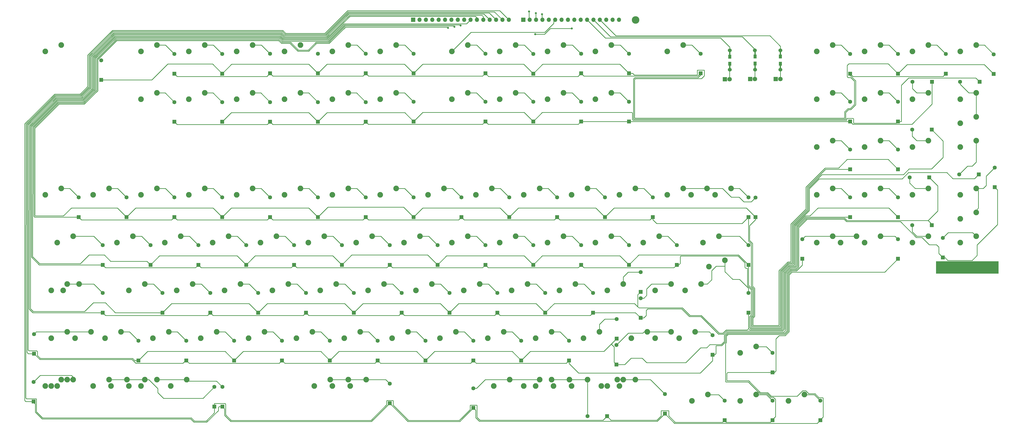
<source format=gbr>
%TF.GenerationSoftware,KiCad,Pcbnew,5.1.9+dfsg1-1*%
%TF.CreationDate,2022-02-11T04:52:15+01:00*%
%TF.ProjectId,va11800,76613131-3830-4302-9e6b-696361645f70,rev?*%
%TF.SameCoordinates,Original*%
%TF.FileFunction,Copper,L1,Top*%
%TF.FilePolarity,Positive*%
%FSLAX46Y46*%
G04 Gerber Fmt 4.6, Leading zero omitted, Abs format (unit mm)*
G04 Created by KiCad (PCBNEW 5.1.9+dfsg1-1) date 2022-02-11 04:52:15*
%MOMM*%
%LPD*%
G01*
G04 APERTURE LIST*
%TA.AperFunction,ComponentPad*%
%ADD10C,2.250000*%
%TD*%
%TA.AperFunction,ComponentPad*%
%ADD11R,1.600000X1.600000*%
%TD*%
%TA.AperFunction,ComponentPad*%
%ADD12C,1.600000*%
%TD*%
%TA.AperFunction,ComponentPad*%
%ADD13R,1.800000X1.800000*%
%TD*%
%TA.AperFunction,ComponentPad*%
%ADD14C,1.800000*%
%TD*%
%TA.AperFunction,ComponentPad*%
%ADD15C,1.524000*%
%TD*%
%TA.AperFunction,SMDPad,CuDef*%
%ADD16R,0.500000X2.900000*%
%TD*%
%TA.AperFunction,SMDPad,CuDef*%
%ADD17R,1.200000X1.600000*%
%TD*%
%TA.AperFunction,ComponentPad*%
%ADD18O,1.700000X1.700000*%
%TD*%
%TA.AperFunction,ComponentPad*%
%ADD19R,1.700000X1.700000*%
%TD*%
%TA.AperFunction,SMDPad,CuDef*%
%ADD20R,25.000000X5.000000*%
%TD*%
%TA.AperFunction,SMDPad,CuDef*%
%ADD21O,3.000000X3.000000*%
%TD*%
%TA.AperFunction,ViaPad*%
%ADD22C,0.800000*%
%TD*%
%TA.AperFunction,Conductor*%
%ADD23C,0.250000*%
%TD*%
%TA.AperFunction,Conductor*%
%ADD24C,0.245000*%
%TD*%
G04 APERTURE END LIST*
D10*
%TO.P,f5,2*%
%TO.N,Net-(D6-Pad2)*%
X145412500Y-73971250D03*
%TO.P,f5,1*%
%TO.N,col3*%
X139062500Y-76511250D03*
%TD*%
%TO.P,pause1,2*%
%TO.N,Net-(D12-Pad2)*%
X278762500Y-73971250D03*
%TO.P,pause1,1*%
%TO.N,col6*%
X272412500Y-76511250D03*
%TD*%
%TO.P,f4,2*%
%TO.N,Net-(D5-Pad2)*%
X126362500Y-73971250D03*
%TO.P,f4,1*%
%TO.N,col2*%
X120012500Y-76511250D03*
%TD*%
%TO.P,f10,2*%
%TO.N,Net-(D21-Pad2)*%
X126362500Y-93021250D03*
%TO.P,f10,1*%
%TO.N,col2*%
X120012500Y-95561250D03*
%TD*%
%TO.P,f9,2*%
%TO.N,Net-(D20-Pad2)*%
X107312500Y-93021250D03*
%TO.P,f9,1*%
%TO.N,col2*%
X100962500Y-95561250D03*
%TD*%
%TO.P,kp_8,1*%
%TO.N,col7*%
X350993750Y-95561250D03*
%TO.P,kp_8,2*%
%TO.N,Net-(D29-Pad2)*%
X357343750Y-93021250D03*
%TD*%
%TO.P,kp_1,1*%
%TO.N,col8*%
X331943750Y-133661250D03*
%TO.P,kp_1,2*%
%TO.N,Net-(D54-Pad2)*%
X338293750Y-131121250D03*
%TD*%
%TO.P,n7,1*%
%TO.N,col3*%
X158112500Y-133661250D03*
%TO.P,n7,2*%
%TO.N,Net-(D44-Pad2)*%
X164462500Y-131121250D03*
%TD*%
%TO.P,grave1,1*%
%TO.N,col0*%
X24762500Y-133661250D03*
%TO.P,grave1,2*%
%TO.N,Net-(D37-Pad2)*%
X31112500Y-131121250D03*
%TD*%
%TO.P,left_shift2,1*%
%TO.N,col0*%
X27143750Y-190811250D03*
%TO.P,left_shift2,2*%
%TO.N,Net-(D94-Pad2)*%
X33493750Y-188271250D03*
%TD*%
%TO.P,left_shift1,1*%
%TO.N,col0*%
X36668750Y-190811250D03*
%TO.P,left_shift1,2*%
%TO.N,Net-(D94-Pad2)*%
X43018750Y-188271250D03*
%TD*%
%TO.P,stepped_capslock1,1*%
%TO.N,col0*%
X27143750Y-171761250D03*
%TO.P,stepped_capslock1,2*%
%TO.N,Net-(D76-Pad2)*%
X33493750Y-169221250D03*
%TD*%
%TO.P,capslock1,1*%
%TO.N,col0*%
X31906250Y-171761250D03*
%TO.P,capslock1,2*%
%TO.N,Net-(D76-Pad2)*%
X38256250Y-169221250D03*
%TD*%
%TO.P,tab1,1*%
%TO.N,col0*%
X29525000Y-152711250D03*
%TO.P,tab1,2*%
%TO.N,Net-(D58-Pad2)*%
X35875000Y-150171250D03*
%TD*%
D11*
%TO.P,D1,1*%
%TO.N,row0*%
X47050000Y-87820000D03*
D12*
%TO.P,D1,2*%
%TO.N,Net-(D1-Pad2)*%
X47050000Y-80020000D03*
%TD*%
D13*
%TO.P,D52,1*%
%TO.N,GND*%
X315630000Y-87490000D03*
D14*
%TO.P,D52,2*%
%TO.N,Net-(D52-Pad2)*%
X317520000Y-87490000D03*
%TD*%
D13*
%TO.P,D50,1*%
%TO.N,GND*%
X305470000Y-87490000D03*
D14*
%TO.P,D50,2*%
%TO.N,Net-(D50-Pad2)*%
X307360000Y-87490000D03*
%TD*%
D13*
%TO.P,D17,1*%
%TO.N,GND*%
X295380000Y-87530000D03*
D14*
%TO.P,D17,2*%
%TO.N,Net-(D17-Pad2)*%
X297270000Y-87530000D03*
%TD*%
D15*
%TO.P,R3,2*%
%TO.N,ScrollLock*%
X317520000Y-76050000D03*
%TO.P,R3,1*%
%TO.N,Net-(D52-Pad2)*%
X317530000Y-83770000D03*
D16*
X317530000Y-82450000D03*
D17*
X317530000Y-81350000D03*
%TO.P,R3,2*%
%TO.N,ScrollLock*%
X317530000Y-78550000D03*
D16*
X317530000Y-77450000D03*
%TD*%
D15*
%TO.P,R2,2*%
%TO.N,CapsLock*%
X307370000Y-76020000D03*
%TO.P,R2,1*%
%TO.N,Net-(D50-Pad2)*%
X307380000Y-83740000D03*
D16*
X307380000Y-82420000D03*
D17*
X307380000Y-81320000D03*
%TO.P,R2,2*%
%TO.N,CapsLock*%
X307380000Y-78520000D03*
D16*
X307380000Y-77420000D03*
%TD*%
D15*
%TO.P,R1,2*%
%TO.N,NumLock*%
X297340000Y-76060000D03*
%TO.P,R1,1*%
%TO.N,Net-(D17-Pad2)*%
X297350000Y-83780000D03*
D16*
X297350000Y-82460000D03*
D17*
X297350000Y-81360000D03*
%TO.P,R1,2*%
%TO.N,NumLock*%
X297350000Y-78560000D03*
D16*
X297350000Y-77460000D03*
%TD*%
D10*
%TO.P,left1,1*%
%TO.N,col7*%
X282308000Y-215772000D03*
%TO.P,left1,2*%
%TO.N,Net-(D116-Pad2)*%
X288658000Y-213232000D03*
%TD*%
%TO.P,R_mod3_1U1,2*%
%TO.N,Net-(D124-Pad2)*%
X259715000Y-207321250D03*
%TO.P,R_mod3_1U1,1*%
%TO.N,col6*%
X253365000Y-209861250D03*
%TD*%
%TO.P,R_mod2_1U1,2*%
%TO.N,Net-(D118-Pad2)*%
X240665000Y-207321250D03*
%TO.P,R_mod2_1U1,1*%
%TO.N,col5*%
X234315000Y-209861250D03*
%TD*%
%TO.P,R_mod1_1U1,2*%
%TO.N,Net-(D117-Pad2)*%
X221615000Y-207321350D03*
%TO.P,R_mod1_1U1,1*%
%TO.N,col5*%
X215265000Y-209861350D03*
%TD*%
%TO.P,L_mod3_1U1,2*%
%TO.N,Net-(D75-Pad2)*%
X69215000Y-207321250D03*
%TO.P,L_mod3_1U1,1*%
%TO.N,col1*%
X62865000Y-209861250D03*
%TD*%
%TO.P,lm21u1,2*%
%TO.N,Net-(D122-Pad2)*%
X50165000Y-207321250D03*
%TO.P,lm21u1,1*%
%TO.N,col0*%
X43815000Y-209861250D03*
%TD*%
%TO.P,lm1u1,2*%
%TO.N,Net-(D121-Pad2)*%
X31115000Y-207321250D03*
%TO.P,lm1u1,1*%
%TO.N,col0*%
X24765000Y-209861250D03*
%TD*%
D11*
%TO.P,D124,1*%
%TO.N,row13*%
X271510000Y-220850000D03*
D12*
%TO.P,D124,2*%
%TO.N,Net-(D124-Pad2)*%
X271510000Y-213050000D03*
%TD*%
D11*
%TO.P,D122,1*%
%TO.N,row12*%
X92150000Y-218000000D03*
D12*
%TO.P,D122,2*%
%TO.N,Net-(D122-Pad2)*%
X92150000Y-210200000D03*
%TD*%
D11*
%TO.P,D121,1*%
%TO.N,row13*%
X20130000Y-216020000D03*
D12*
%TO.P,D121,2*%
%TO.N,Net-(D121-Pad2)*%
X20130000Y-208220000D03*
%TD*%
D11*
%TO.P,D120,1*%
%TO.N,row13*%
X161925000Y-216693750D03*
D12*
%TO.P,D120,2*%
%TO.N,Net-(D120-Pad2)*%
X161925000Y-208893750D03*
%TD*%
D11*
%TO.P,D118,1*%
%TO.N,row12*%
X248480000Y-221870000D03*
D12*
%TO.P,D118,2*%
%TO.N,Net-(D118-Pad2)*%
X240680000Y-221870000D03*
%TD*%
D11*
%TO.P,D117,1*%
%TO.N,row13*%
X195260000Y-218563750D03*
D12*
%TO.P,D117,2*%
%TO.N,Net-(D117-Pad2)*%
X195260000Y-210763750D03*
%TD*%
D11*
%TO.P,D116,1*%
%TO.N,row12*%
X295272500Y-223445000D03*
D12*
%TO.P,D116,2*%
%TO.N,Net-(D116-Pad2)*%
X295272500Y-215645000D03*
%TD*%
D11*
%TO.P,D115,1*%
%TO.N,row12*%
X314322500Y-223445000D03*
D12*
%TO.P,D115,2*%
%TO.N,Net-(D115-Pad2)*%
X314322500Y-215645000D03*
%TD*%
D11*
%TO.P,D114,1*%
%TO.N,row13*%
X333372500Y-223445000D03*
D12*
%TO.P,D114,2*%
%TO.N,Net-(D114-Pad2)*%
X333372500Y-215645000D03*
%TD*%
D11*
%TO.P,D108,1*%
%TO.N,row13*%
X314322500Y-204395000D03*
D12*
%TO.P,D108,2*%
%TO.N,Net-(D108-Pad2)*%
X314322500Y-196595000D03*
%TD*%
D11*
%TO.P,D107,1*%
%TO.N,row10*%
X252232200Y-201281600D03*
D12*
%TO.P,D107,2*%
%TO.N,Net-(D107-Pad2)*%
X252232200Y-193481600D03*
%TD*%
D11*
%TO.P,D105,1*%
%TO.N,row10*%
X252333800Y-190921400D03*
D12*
%TO.P,D105,2*%
%TO.N,Net-(D105-Pad2)*%
X252333800Y-183121400D03*
%TD*%
D11*
%TO.P,D104,1*%
%TO.N,row11*%
X233360000Y-199632500D03*
D12*
%TO.P,D104,2*%
%TO.N,Net-(D104-Pad2)*%
X233360000Y-191832500D03*
%TD*%
D11*
%TO.P,D103,1*%
%TO.N,row10*%
X214310000Y-199632500D03*
D12*
%TO.P,D103,2*%
%TO.N,Net-(D103-Pad2)*%
X214310000Y-191832500D03*
%TD*%
D11*
%TO.P,D102,1*%
%TO.N,row11*%
X195260000Y-199632500D03*
D12*
%TO.P,D102,2*%
%TO.N,Net-(D102-Pad2)*%
X195260000Y-191832500D03*
%TD*%
D11*
%TO.P,D101,1*%
%TO.N,row10*%
X176210000Y-199632500D03*
D12*
%TO.P,D101,2*%
%TO.N,Net-(D101-Pad2)*%
X176210000Y-191832500D03*
%TD*%
D11*
%TO.P,D100,1*%
%TO.N,row11*%
X157160000Y-199632500D03*
D12*
%TO.P,D100,2*%
%TO.N,Net-(D100-Pad2)*%
X157160000Y-191832500D03*
%TD*%
D11*
%TO.P,D99,1*%
%TO.N,row10*%
X138110000Y-199632500D03*
D12*
%TO.P,D99,2*%
%TO.N,Net-(D99-Pad2)*%
X138110000Y-191832500D03*
%TD*%
D11*
%TO.P,D98,1*%
%TO.N,row11*%
X119060000Y-199632500D03*
D12*
%TO.P,D98,2*%
%TO.N,Net-(D98-Pad2)*%
X119060000Y-191832500D03*
%TD*%
D11*
%TO.P,D97,1*%
%TO.N,row10*%
X100010000Y-199632500D03*
D12*
%TO.P,D97,2*%
%TO.N,Net-(D97-Pad2)*%
X100010000Y-191832500D03*
%TD*%
D11*
%TO.P,D96,1*%
%TO.N,row11*%
X80960000Y-199632500D03*
D12*
%TO.P,D96,2*%
%TO.N,Net-(D96-Pad2)*%
X80960000Y-191832500D03*
%TD*%
D11*
%TO.P,D95,1*%
%TO.N,row10*%
X61910000Y-199632500D03*
D12*
%TO.P,D95,2*%
%TO.N,Net-(D95-Pad2)*%
X61910000Y-191832500D03*
%TD*%
D11*
%TO.P,D94,1*%
%TO.N,row11*%
X20300000Y-196940000D03*
D12*
%TO.P,D94,2*%
%TO.N,Net-(D94-Pad2)*%
X20300000Y-189140000D03*
%TD*%
D11*
%TO.P,D92,1*%
%TO.N,row11*%
X290510000Y-197370000D03*
D12*
%TO.P,D92,2*%
%TO.N,Net-(D92-Pad2)*%
X290510000Y-189570000D03*
%TD*%
D11*
%TO.P,D91,1*%
%TO.N,row13*%
X364328750Y-159151250D03*
D12*
%TO.P,D91,2*%
%TO.N,Net-(D91-Pad2)*%
X364328750Y-151351250D03*
%TD*%
D11*
%TO.P,D88,1*%
%TO.N,row9*%
X261833400Y-182655600D03*
D12*
%TO.P,D88,2*%
%TO.N,Net-(D88-Pad2)*%
X261833400Y-174855600D03*
%TD*%
D11*
%TO.P,D87,1*%
%TO.N,row8*%
X261833400Y-172289400D03*
D12*
%TO.P,D87,2*%
%TO.N,Net-(D87-Pad2)*%
X261833400Y-164489400D03*
%TD*%
D11*
%TO.P,D86,1*%
%TO.N,row9*%
X242885000Y-180582500D03*
D12*
%TO.P,D86,2*%
%TO.N,Net-(D86-Pad2)*%
X242885000Y-172782500D03*
%TD*%
D11*
%TO.P,D85,1*%
%TO.N,row8*%
X223835000Y-180582500D03*
D12*
%TO.P,D85,2*%
%TO.N,Net-(D85-Pad2)*%
X223835000Y-172782500D03*
%TD*%
D11*
%TO.P,D84,1*%
%TO.N,row9*%
X204785000Y-180582500D03*
D12*
%TO.P,D84,2*%
%TO.N,Net-(D84-Pad2)*%
X204785000Y-172782500D03*
%TD*%
D11*
%TO.P,D83,1*%
%TO.N,row8*%
X185735000Y-180582500D03*
D12*
%TO.P,D83,2*%
%TO.N,Net-(D83-Pad2)*%
X185735000Y-172782500D03*
%TD*%
D11*
%TO.P,D82,1*%
%TO.N,row9*%
X166685000Y-180582500D03*
D12*
%TO.P,D82,2*%
%TO.N,Net-(D82-Pad2)*%
X166685000Y-172782500D03*
%TD*%
D11*
%TO.P,D81,1*%
%TO.N,row8*%
X147635000Y-180582500D03*
D12*
%TO.P,D81,2*%
%TO.N,Net-(D81-Pad2)*%
X147635000Y-172782500D03*
%TD*%
D11*
%TO.P,D80,1*%
%TO.N,row9*%
X128585000Y-180582500D03*
D12*
%TO.P,D80,2*%
%TO.N,Net-(D80-Pad2)*%
X128585000Y-172782500D03*
%TD*%
D11*
%TO.P,D79,1*%
%TO.N,row8*%
X109535000Y-180582500D03*
D12*
%TO.P,D79,2*%
%TO.N,Net-(D79-Pad2)*%
X109535000Y-172782500D03*
%TD*%
D11*
%TO.P,D78,1*%
%TO.N,row9*%
X90485000Y-180582500D03*
D12*
%TO.P,D78,2*%
%TO.N,Net-(D78-Pad2)*%
X90485000Y-172782500D03*
%TD*%
D11*
%TO.P,D77,1*%
%TO.N,row8*%
X71435000Y-180582500D03*
D12*
%TO.P,D77,2*%
%TO.N,Net-(D77-Pad2)*%
X71435000Y-172782500D03*
%TD*%
D11*
%TO.P,D76,1*%
%TO.N,row9*%
X47622500Y-180582500D03*
D12*
%TO.P,D76,2*%
%TO.N,Net-(D76-Pad2)*%
X47622500Y-172782500D03*
%TD*%
D11*
%TO.P,D75,1*%
%TO.N,row13*%
X95290000Y-218010000D03*
D12*
%TO.P,D75,2*%
%TO.N,Net-(D75-Pad2)*%
X95290000Y-210210000D03*
%TD*%
D11*
%TO.P,D74,1*%
%TO.N,row8*%
X304797500Y-180582500D03*
D12*
%TO.P,D74,2*%
%TO.N,Net-(D74-Pad2)*%
X304797500Y-172782500D03*
%TD*%
D11*
%TO.P,D73,1*%
%TO.N,row10*%
X377753750Y-145726250D03*
D12*
%TO.P,D73,2*%
%TO.N,Net-(D73-Pad2)*%
X369953750Y-145726250D03*
%TD*%
D11*
%TO.P,D72,1*%
%TO.N,row12*%
X326228750Y-159151250D03*
D12*
%TO.P,D72,2*%
%TO.N,Net-(D72-Pad2)*%
X326228750Y-151351250D03*
%TD*%
D11*
%TO.P,D71,1*%
%TO.N,row6*%
X304797500Y-161532500D03*
D12*
%TO.P,D71,2*%
%TO.N,Net-(D71-Pad2)*%
X304797500Y-153732500D03*
%TD*%
D11*
%TO.P,D70,1*%
%TO.N,row7*%
X276222500Y-161532500D03*
D12*
%TO.P,D70,2*%
%TO.N,Net-(D70-Pad2)*%
X276222500Y-153732500D03*
%TD*%
D11*
%TO.P,D69,1*%
%TO.N,row6*%
X257172500Y-161532500D03*
D12*
%TO.P,D69,2*%
%TO.N,Net-(D69-Pad2)*%
X257172500Y-153732500D03*
%TD*%
D11*
%TO.P,D68,1*%
%TO.N,row7*%
X238122500Y-161532500D03*
D12*
%TO.P,D68,2*%
%TO.N,Net-(D68-Pad2)*%
X238122500Y-153732500D03*
%TD*%
D11*
%TO.P,D67,1*%
%TO.N,row6*%
X219072500Y-161532500D03*
D12*
%TO.P,D67,2*%
%TO.N,Net-(D67-Pad2)*%
X219072500Y-153732500D03*
%TD*%
D11*
%TO.P,D66,1*%
%TO.N,row7*%
X200022500Y-161532500D03*
D12*
%TO.P,D66,2*%
%TO.N,Net-(D66-Pad2)*%
X200022500Y-153732500D03*
%TD*%
D11*
%TO.P,D65,1*%
%TO.N,row6*%
X180972500Y-161532500D03*
D12*
%TO.P,D65,2*%
%TO.N,Net-(D65-Pad2)*%
X180972500Y-153732500D03*
%TD*%
D11*
%TO.P,D64,1*%
%TO.N,row7*%
X161922500Y-161532500D03*
D12*
%TO.P,D64,2*%
%TO.N,Net-(D64-Pad2)*%
X161922500Y-153732500D03*
%TD*%
D11*
%TO.P,D63,1*%
%TO.N,row6*%
X142872500Y-161532500D03*
D12*
%TO.P,D63,2*%
%TO.N,Net-(D63-Pad2)*%
X142872500Y-153732500D03*
%TD*%
D11*
%TO.P,D62,1*%
%TO.N,row7*%
X123822500Y-161532500D03*
D12*
%TO.P,D62,2*%
%TO.N,Net-(D62-Pad2)*%
X123822500Y-153732500D03*
%TD*%
D11*
%TO.P,D61,1*%
%TO.N,row6*%
X104772500Y-161532500D03*
D12*
%TO.P,D61,2*%
%TO.N,Net-(D61-Pad2)*%
X104772500Y-153732500D03*
%TD*%
D11*
%TO.P,D60,1*%
%TO.N,row7*%
X85722500Y-161532500D03*
D12*
%TO.P,D60,2*%
%TO.N,Net-(D60-Pad2)*%
X85722500Y-153732500D03*
%TD*%
D11*
%TO.P,D59,1*%
%TO.N,row6*%
X66672500Y-161532500D03*
D12*
%TO.P,D59,2*%
%TO.N,Net-(D59-Pad2)*%
X66672500Y-153732500D03*
%TD*%
D11*
%TO.P,D58,1*%
%TO.N,row7*%
X47622500Y-161532500D03*
D12*
%TO.P,D58,2*%
%TO.N,Net-(D58-Pad2)*%
X47622500Y-153732500D03*
%TD*%
D11*
%TO.P,D57,1*%
%TO.N,row11*%
X382204000Y-158627200D03*
D12*
%TO.P,D57,2*%
%TO.N,Net-(D57-Pad2)*%
X382204000Y-150827200D03*
%TD*%
D11*
%TO.P,D56,1*%
%TO.N,row10*%
X376772500Y-126676250D03*
D12*
%TO.P,D56,2*%
%TO.N,Net-(D56-Pad2)*%
X368972500Y-126676250D03*
%TD*%
D11*
%TO.P,D55,1*%
%TO.N,row8*%
X364328750Y-142482500D03*
D12*
%TO.P,D55,2*%
%TO.N,Net-(D55-Pad2)*%
X364328750Y-134682500D03*
%TD*%
D11*
%TO.P,D54,1*%
%TO.N,row9*%
X345278750Y-142482500D03*
D12*
%TO.P,D54,2*%
%TO.N,Net-(D54-Pad2)*%
X345278750Y-134682500D03*
%TD*%
D11*
%TO.P,D53,1*%
%TO.N,row11*%
X402828800Y-130582600D03*
D12*
%TO.P,D53,2*%
%TO.N,Net-(D53-Pad2)*%
X402828800Y-122782600D03*
%TD*%
D11*
%TO.P,D51,1*%
%TO.N,row5*%
X304797500Y-142482500D03*
D12*
%TO.P,D51,2*%
%TO.N,Net-(D51-Pad2)*%
X304797500Y-134682500D03*
%TD*%
D11*
%TO.P,D49,1*%
%TO.N,row5*%
X266697500Y-142482500D03*
D12*
%TO.P,D49,2*%
%TO.N,Net-(D49-Pad2)*%
X266697500Y-134682500D03*
%TD*%
D11*
%TO.P,D48,1*%
%TO.N,row4*%
X247647500Y-142482500D03*
D12*
%TO.P,D48,2*%
%TO.N,Net-(D48-Pad2)*%
X247647500Y-134682500D03*
%TD*%
D11*
%TO.P,D47,1*%
%TO.N,row5*%
X228597500Y-142482500D03*
D12*
%TO.P,D47,2*%
%TO.N,Net-(D47-Pad2)*%
X228597500Y-134682500D03*
%TD*%
D11*
%TO.P,D46,1*%
%TO.N,row4*%
X209547500Y-142482500D03*
D12*
%TO.P,D46,2*%
%TO.N,Net-(D46-Pad2)*%
X209547500Y-134682500D03*
%TD*%
D11*
%TO.P,D45,1*%
%TO.N,row5*%
X190497500Y-142482500D03*
D12*
%TO.P,D45,2*%
%TO.N,Net-(D45-Pad2)*%
X190497500Y-134682500D03*
%TD*%
D11*
%TO.P,D44,1*%
%TO.N,row4*%
X171447500Y-142482500D03*
D12*
%TO.P,D44,2*%
%TO.N,Net-(D44-Pad2)*%
X171447500Y-134682500D03*
%TD*%
D11*
%TO.P,D43,1*%
%TO.N,row5*%
X152397500Y-142482500D03*
D12*
%TO.P,D43,2*%
%TO.N,Net-(D43-Pad2)*%
X152397500Y-134682500D03*
%TD*%
D11*
%TO.P,D42,1*%
%TO.N,row4*%
X133347500Y-142482500D03*
D12*
%TO.P,D42,2*%
%TO.N,Net-(D42-Pad2)*%
X133347500Y-134682500D03*
%TD*%
D11*
%TO.P,D41,1*%
%TO.N,row5*%
X114297500Y-142482500D03*
D12*
%TO.P,D41,2*%
%TO.N,Net-(D41-Pad2)*%
X114297500Y-134682500D03*
%TD*%
D11*
%TO.P,D40,1*%
%TO.N,row4*%
X95247500Y-142482500D03*
D12*
%TO.P,D40,2*%
%TO.N,Net-(D40-Pad2)*%
X95247500Y-134682500D03*
%TD*%
D11*
%TO.P,D39,1*%
%TO.N,row5*%
X76197500Y-142482500D03*
D12*
%TO.P,D39,2*%
%TO.N,Net-(D39-Pad2)*%
X76197500Y-134682500D03*
%TD*%
D11*
%TO.P,D38,1*%
%TO.N,row4*%
X57147500Y-142482500D03*
D12*
%TO.P,D38,2*%
%TO.N,Net-(D38-Pad2)*%
X57147500Y-134682500D03*
%TD*%
D11*
%TO.P,D37,1*%
%TO.N,row5*%
X38097500Y-142482500D03*
D12*
%TO.P,D37,2*%
%TO.N,Net-(D37-Pad2)*%
X38097500Y-134682500D03*
%TD*%
D11*
%TO.P,D36,1*%
%TO.N,row6*%
X377753750Y-107626250D03*
D12*
%TO.P,D36,2*%
%TO.N,Net-(D36-Pad2)*%
X369953750Y-107626250D03*
%TD*%
D11*
%TO.P,D35,1*%
%TO.N,row4*%
X364328750Y-123432500D03*
D12*
%TO.P,D35,2*%
%TO.N,Net-(D35-Pad2)*%
X364328750Y-115632500D03*
%TD*%
D11*
%TO.P,D34,1*%
%TO.N,row5*%
X345278750Y-123432500D03*
D12*
%TO.P,D34,2*%
%TO.N,Net-(D34-Pad2)*%
X345278750Y-115632500D03*
%TD*%
D11*
%TO.P,D33,1*%
%TO.N,row7*%
X396456400Y-125488800D03*
D12*
%TO.P,D33,2*%
%TO.N,Net-(D33-Pad2)*%
X388656400Y-125488800D03*
%TD*%
D11*
%TO.P,D32,1*%
%TO.N,row2*%
X396803750Y-88576250D03*
D12*
%TO.P,D32,2*%
%TO.N,Net-(D32-Pad2)*%
X389003750Y-88576250D03*
%TD*%
D11*
%TO.P,D31,1*%
%TO.N,row4*%
X307590000Y-142500000D03*
D12*
%TO.P,D31,2*%
%TO.N,Net-(D31-Pad2)*%
X307590000Y-134700000D03*
%TD*%
D11*
%TO.P,D30,1*%
%TO.N,row3*%
X377872500Y-88576250D03*
D12*
%TO.P,D30,2*%
%TO.N,Net-(D30-Pad2)*%
X370072500Y-88576250D03*
%TD*%
D11*
%TO.P,D29,1*%
%TO.N,row2*%
X364328750Y-104382500D03*
D12*
%TO.P,D29,2*%
%TO.N,Net-(D29-Pad2)*%
X364328750Y-96582500D03*
%TD*%
D11*
%TO.P,D28,1*%
%TO.N,row3*%
X345278750Y-104382500D03*
D12*
%TO.P,D28,2*%
%TO.N,Net-(D28-Pad2)*%
X345278750Y-96582500D03*
%TD*%
D11*
%TO.P,D27,1*%
%TO.N,row3*%
X257172500Y-104382500D03*
D12*
%TO.P,D27,2*%
%TO.N,Net-(D27-Pad2)*%
X257172500Y-96582500D03*
%TD*%
D11*
%TO.P,D26,1*%
%TO.N,row3*%
X238122500Y-104382500D03*
D12*
%TO.P,D26,2*%
%TO.N,Net-(D26-Pad2)*%
X238122500Y-96582500D03*
%TD*%
D11*
%TO.P,D25,1*%
%TO.N,row2*%
X219072500Y-104382500D03*
D12*
%TO.P,D25,2*%
%TO.N,Net-(D25-Pad2)*%
X219072500Y-96582500D03*
%TD*%
D11*
%TO.P,D24,1*%
%TO.N,row3*%
X200022500Y-104382500D03*
D12*
%TO.P,D24,2*%
%TO.N,Net-(D24-Pad2)*%
X200022500Y-96582500D03*
%TD*%
D11*
%TO.P,D23,1*%
%TO.N,row2*%
X171447500Y-104382500D03*
D12*
%TO.P,D23,2*%
%TO.N,Net-(D23-Pad2)*%
X171447500Y-96582500D03*
%TD*%
D11*
%TO.P,D22,1*%
%TO.N,row3*%
X152397500Y-104501250D03*
D12*
%TO.P,D22,2*%
%TO.N,Net-(D22-Pad2)*%
X152397500Y-96701250D03*
%TD*%
D11*
%TO.P,D21,1*%
%TO.N,row2*%
X133347500Y-104501250D03*
D12*
%TO.P,D21,2*%
%TO.N,Net-(D21-Pad2)*%
X133347500Y-96701250D03*
%TD*%
D11*
%TO.P,D20,1*%
%TO.N,row3*%
X114297500Y-104501250D03*
D12*
%TO.P,D20,2*%
%TO.N,Net-(D20-Pad2)*%
X114297500Y-96701250D03*
%TD*%
D11*
%TO.P,D19,1*%
%TO.N,row2*%
X95247500Y-104501250D03*
D12*
%TO.P,D19,2*%
%TO.N,Net-(D19-Pad2)*%
X95247500Y-96701250D03*
%TD*%
D11*
%TO.P,D18,1*%
%TO.N,row3*%
X76197500Y-104501250D03*
D12*
%TO.P,D18,2*%
%TO.N,Net-(D18-Pad2)*%
X76197500Y-96701250D03*
%TD*%
D11*
%TO.P,D16,1*%
%TO.N,row0*%
X402428750Y-85451250D03*
D12*
%TO.P,D16,2*%
%TO.N,Net-(D16-Pad2)*%
X402428750Y-77651250D03*
%TD*%
D11*
%TO.P,D15,1*%
%TO.N,row1*%
X383378750Y-85332500D03*
D12*
%TO.P,D15,2*%
%TO.N,Net-(D15-Pad2)*%
X383378750Y-77532500D03*
%TD*%
D11*
%TO.P,D14,1*%
%TO.N,row0*%
X364328750Y-85332500D03*
D12*
%TO.P,D14,2*%
%TO.N,Net-(D14-Pad2)*%
X364328750Y-77532500D03*
%TD*%
D11*
%TO.P,D13,1*%
%TO.N,row1*%
X345278750Y-85332500D03*
D12*
%TO.P,D13,2*%
%TO.N,Net-(D13-Pad2)*%
X345278750Y-77532500D03*
%TD*%
D11*
%TO.P,D12,1*%
%TO.N,row1*%
X285747500Y-85213750D03*
D12*
%TO.P,D12,2*%
%TO.N,Net-(D12-Pad2)*%
X285747500Y-77413750D03*
%TD*%
D11*
%TO.P,D11,1*%
%TO.N,row0*%
X257172500Y-85213750D03*
D12*
%TO.P,D11,2*%
%TO.N,Net-(D11-Pad2)*%
X257172500Y-77413750D03*
%TD*%
D11*
%TO.P,D10,1*%
%TO.N,row1*%
X238122500Y-85213750D03*
D12*
%TO.P,D10,2*%
%TO.N,Net-(D10-Pad2)*%
X238122500Y-77413750D03*
%TD*%
D11*
%TO.P,D9,1*%
%TO.N,row0*%
X219072500Y-85332500D03*
D12*
%TO.P,D9,2*%
%TO.N,Net-(D9-Pad2)*%
X219072500Y-77532500D03*
%TD*%
D11*
%TO.P,D8,1*%
%TO.N,row1*%
X200022500Y-85213750D03*
D12*
%TO.P,D8,2*%
%TO.N,Net-(D8-Pad2)*%
X200022500Y-77413750D03*
%TD*%
D11*
%TO.P,D7,1*%
%TO.N,row0*%
X171447500Y-85213750D03*
D12*
%TO.P,D7,2*%
%TO.N,Net-(D7-Pad2)*%
X171447500Y-77413750D03*
%TD*%
D11*
%TO.P,D6,1*%
%TO.N,row1*%
X152397500Y-85213750D03*
D12*
%TO.P,D6,2*%
%TO.N,Net-(D6-Pad2)*%
X152397500Y-77413750D03*
%TD*%
D11*
%TO.P,D5,1*%
%TO.N,row0*%
X133347500Y-85213750D03*
D12*
%TO.P,D5,2*%
%TO.N,Net-(D5-Pad2)*%
X133347500Y-77413750D03*
%TD*%
D11*
%TO.P,D4,1*%
%TO.N,row1*%
X114297500Y-85213750D03*
D12*
%TO.P,D4,2*%
%TO.N,Net-(D4-Pad2)*%
X114297500Y-77413750D03*
%TD*%
D11*
%TO.P,D3,1*%
%TO.N,row0*%
X95247500Y-85332500D03*
D12*
%TO.P,D3,2*%
%TO.N,Net-(D3-Pad2)*%
X95247500Y-77532500D03*
%TD*%
D11*
%TO.P,D2,1*%
%TO.N,row1*%
X76197500Y-85332500D03*
D12*
%TO.P,D2,2*%
%TO.N,Net-(D2-Pad2)*%
X76197500Y-77532500D03*
%TD*%
D10*
%TO.P,end1,2*%
%TO.N,Net-(D25-Pad2)*%
X212087500Y-93021250D03*
%TO.P,end1,1*%
%TO.N,col5*%
X205737500Y-95561250D03*
%TD*%
%TO.P,e1,2*%
%TO.N,Net-(D61-Pad2)*%
X97787500Y-150171250D03*
%TO.P,e1,1*%
%TO.N,col1*%
X91437500Y-152711250D03*
%TD*%
%TO.P,down1,2*%
%TO.N,Net-(D115-Pad2)*%
X307830000Y-213250000D03*
%TO.P,down1,1*%
%TO.N,col4*%
X301480000Y-215790000D03*
%TD*%
%TO.P,dot1,2*%
%TO.N,Net-(D104-Pad2)*%
X226375000Y-188271250D03*
%TO.P,dot1,1*%
%TO.N,col5*%
X220025000Y-190811250D03*
%TD*%
%TO.P,delete1,2*%
%TO.N,Net-(D24-Pad2)*%
X193037500Y-93021250D03*
%TO.P,delete1,1*%
%TO.N,col4*%
X186687500Y-95561250D03*
%TD*%
%TO.P,lm2a1,2*%
%TO.N,Net-(D122-Pad2)*%
X57308750Y-207321240D03*
%TO.P,lm2a1,1*%
%TO.N,col0*%
X50958750Y-209861240D03*
%TD*%
%TO.P,lm1a1,2*%
%TO.N,Net-(D121-Pad2)*%
X33495000Y-207321250D03*
%TO.P,lm1a1,1*%
%TO.N,col0*%
X27145000Y-209861250D03*
%TD*%
%TO.P,L_mod3,2*%
%TO.N,Net-(D75-Pad2)*%
X81121250Y-207322250D03*
%TO.P,L_mod3,1*%
%TO.N,col1*%
X74771250Y-209862250D03*
%TD*%
%TO.P,lm2,2*%
%TO.N,Net-(D122-Pad2)*%
X64450000Y-207321250D03*
%TO.P,lm2,1*%
%TO.N,col0*%
X58100000Y-209861250D03*
%TD*%
%TO.P,lm1,2*%
%TO.N,Net-(D121-Pad2)*%
X35875000Y-207321250D03*
%TO.P,lm1,1*%
%TO.N,col0*%
X29525000Y-209861250D03*
%TD*%
%TO.P,space3,2*%
%TO.N,Net-(space1-Pad2)*%
X138268750Y-207321250D03*
%TO.P,space3,1*%
%TO.N,col3*%
X131918750Y-209861250D03*
%TD*%
%TO.P,space2,2*%
%TO.N,Net-(space1-Pad2)*%
X152558750Y-207321240D03*
%TO.P,space2,1*%
%TO.N,col3*%
X146208750Y-209861240D03*
%TD*%
%TO.P,space1,2*%
%TO.N,Net-(space1-Pad2)*%
X145412500Y-207321250D03*
%TO.P,space1,1*%
%TO.N,col3*%
X139062500Y-209861250D03*
%TD*%
%TO.P,R_mod3_alt1,2*%
%TO.N,Net-(D124-Pad2)*%
X252568750Y-207321250D03*
%TO.P,R_mod3_alt1,1*%
%TO.N,col6*%
X246218750Y-209861250D03*
%TD*%
%TO.P,R_mod2_alt1,2*%
%TO.N,Net-(D118-Pad2)*%
X233518750Y-207321250D03*
%TO.P,R_mod2_alt1,1*%
%TO.N,col5*%
X227168750Y-209861250D03*
%TD*%
%TO.P,R_mod3,2*%
%TO.N,Net-(D124-Pad2)*%
X254950000Y-207321250D03*
%TO.P,R_mod3,1*%
%TO.N,col6*%
X248600000Y-209861250D03*
%TD*%
%TO.P,R_mod2,2*%
%TO.N,Net-(D118-Pad2)*%
X226375000Y-207321250D03*
%TO.P,R_mod2,1*%
%TO.N,col5*%
X220025000Y-209861250D03*
%TD*%
%TO.P,R_mod1,2*%
%TO.N,Net-(D117-Pad2)*%
X209706250Y-207321250D03*
%TO.P,R_mod1,1*%
%TO.N,col5*%
X203356250Y-209861250D03*
%TD*%
%TO.P,insert1,2*%
%TO.N,Net-(D8-Pad2)*%
X193037500Y-73971250D03*
%TO.P,insert1,1*%
%TO.N,col4*%
X186687500Y-76511250D03*
%TD*%
D18*
%TO.P,J1,16*%
%TO.N,row13*%
X209340000Y-63860000D03*
%TO.P,J1,15*%
%TO.N,row12*%
X206800000Y-63860000D03*
%TO.P,J1,14*%
%TO.N,row11*%
X204260000Y-63860000D03*
%TO.P,J1,13*%
%TO.N,row10*%
X201720000Y-63860000D03*
%TO.P,J1,12*%
%TO.N,row9*%
X199180000Y-63860000D03*
%TO.P,J1,11*%
%TO.N,row8*%
X196640000Y-63860000D03*
%TO.P,J1,10*%
%TO.N,row7*%
X194100000Y-63860000D03*
%TO.P,J1,9*%
%TO.N,row6*%
X191560000Y-63860000D03*
%TO.P,J1,8*%
%TO.N,row5*%
X189020000Y-63860000D03*
%TO.P,J1,7*%
%TO.N,row4*%
X186480000Y-63860000D03*
%TO.P,J1,6*%
%TO.N,row3*%
X183940000Y-63860000D03*
%TO.P,J1,5*%
%TO.N,row2*%
X181400000Y-63860000D03*
%TO.P,J1,4*%
%TO.N,row1*%
X178860000Y-63860000D03*
%TO.P,J1,3*%
%TO.N,row0*%
X176320000Y-63860000D03*
%TO.P,J1,2*%
%TO.N,Net-(J1-Pad2)*%
X173780000Y-63860000D03*
D19*
%TO.P,J1,1*%
%TO.N,Net-(J1-Pad1)*%
X171240000Y-63860000D03*
%TD*%
D10*
%TO.P,scroll_lock1,2*%
%TO.N,Net-(D27-Pad2)*%
X250187500Y-93021250D03*
%TO.P,scroll_lock1,1*%
%TO.N,col6*%
X243837500Y-95561250D03*
%TD*%
%TO.P,pagedown1,2*%
%TO.N,Net-(D26-Pad2)*%
X231137500Y-93021250D03*
%TO.P,pagedown1,1*%
%TO.N,col5*%
X224787500Y-95561250D03*
%TD*%
%TO.P,f12,2*%
%TO.N,Net-(D23-Pad2)*%
X164462500Y-93021250D03*
%TO.P,f12,1*%
%TO.N,col3*%
X158112500Y-95561250D03*
%TD*%
%TO.P,f11,2*%
%TO.N,Net-(D22-Pad2)*%
X145412500Y-93021250D03*
%TO.P,f11,1*%
%TO.N,col3*%
X139062500Y-95561250D03*
%TD*%
%TO.P,f8,2*%
%TO.N,Net-(D19-Pad2)*%
X88262500Y-93021250D03*
%TO.P,f8,1*%
%TO.N,col1*%
X81912500Y-95561250D03*
%TD*%
%TO.P,f7,2*%
%TO.N,Net-(D18-Pad2)*%
X69212500Y-93021250D03*
%TO.P,f7,1*%
%TO.N,col1*%
X62862500Y-95561250D03*
%TD*%
%TO.P,kp_+2,2*%
%TO.N,Net-(D32-Pad2)*%
X395443750Y-93021250D03*
%TO.P,kp_+2,1*%
%TO.N,col8*%
X389093750Y-95561250D03*
%TD*%
%TO.P,print1,2*%
%TO.N,Net-(D11-Pad2)*%
X250187500Y-73971250D03*
%TO.P,print1,1*%
%TO.N,col6*%
X243837500Y-76511250D03*
%TD*%
%TO.P,pageup1,2*%
%TO.N,Net-(D10-Pad2)*%
X231137500Y-73971250D03*
%TO.P,pageup1,1*%
%TO.N,col5*%
X224787500Y-76511250D03*
%TD*%
%TO.P,home1,2*%
%TO.N,Net-(D9-Pad2)*%
X212087500Y-73971250D03*
%TO.P,home1,1*%
%TO.N,col5*%
X205737500Y-76511250D03*
%TD*%
%TO.P,f6,2*%
%TO.N,Net-(D7-Pad2)*%
X164462500Y-73971250D03*
%TO.P,f6,1*%
%TO.N,col3*%
X158112500Y-76511250D03*
%TD*%
%TO.P,f3,2*%
%TO.N,Net-(D4-Pad2)*%
X107312500Y-73971250D03*
%TO.P,f3,1*%
%TO.N,col2*%
X100962500Y-76511250D03*
%TD*%
%TO.P,f2,2*%
%TO.N,Net-(D3-Pad2)*%
X88262500Y-73971250D03*
%TO.P,f2,1*%
%TO.N,col1*%
X81912500Y-76511250D03*
%TD*%
%TO.P,f1,2*%
%TO.N,Net-(D2-Pad2)*%
X69212500Y-73971250D03*
%TO.P,f1,1*%
%TO.N,col1*%
X62862500Y-76511250D03*
%TD*%
%TO.P,escape1,2*%
%TO.N,Net-(D1-Pad2)*%
X31112500Y-73971250D03*
%TO.P,escape1,1*%
%TO.N,col0*%
X24762500Y-76511250D03*
%TD*%
D20*
%TO.P,H6,1*%
%TO.N,GND*%
X391930000Y-162570000D03*
%TD*%
D21*
%TO.P,H7,1*%
%TO.N,GND*%
X259800000Y-63930000D03*
%TD*%
D10*
%TO.P,right_shift2,1*%
%TO.N,col6*%
X267650000Y-190811250D03*
%TO.P,right_shift2,2*%
%TO.N,Net-(D107-Pad2)*%
X274000000Y-188271250D03*
%TD*%
%TO.P,backspace2,1*%
%TO.N,col6*%
X281937500Y-133661250D03*
%TO.P,backspace2,2*%
%TO.N,Net-(D31-Pad2)*%
X288287500Y-131121250D03*
%TD*%
%TO.P,iso_enter1,1*%
%TO.N,col7*%
X289081250Y-162236250D03*
%TO.P,iso_enter1,2*%
%TO.N,Net-(D74-Pad2)*%
X295431250Y-159696250D03*
%TD*%
D19*
%TO.P,J2,1*%
%TO.N,GND*%
X215110000Y-63850000D03*
D18*
%TO.P,J2,2*%
%TO.N,col0*%
X217650000Y-63850000D03*
%TO.P,J2,3*%
%TO.N,col1*%
X220190000Y-63850000D03*
%TO.P,J2,4*%
%TO.N,col2*%
X222730000Y-63850000D03*
%TO.P,J2,5*%
%TO.N,col3*%
X225270000Y-63850000D03*
%TO.P,J2,6*%
%TO.N,col4*%
X227810000Y-63850000D03*
%TO.P,J2,7*%
%TO.N,col5*%
X230350000Y-63850000D03*
%TO.P,J2,8*%
%TO.N,col6*%
X232890000Y-63850000D03*
%TO.P,J2,9*%
%TO.N,col7*%
X235430000Y-63850000D03*
%TO.P,J2,10*%
%TO.N,col8*%
X237970000Y-63850000D03*
%TO.P,J2,11*%
%TO.N,NumLock*%
X240510000Y-63850000D03*
%TO.P,J2,12*%
%TO.N,CapsLock*%
X243050000Y-63850000D03*
%TO.P,J2,13*%
%TO.N,ScrollLock*%
X245590000Y-63850000D03*
%TO.P,J2,14*%
%TO.N,Net-(J2-Pad14)*%
X248130000Y-63850000D03*
%TO.P,J2,15*%
%TO.N,Net-(J2-Pad15)*%
X250670000Y-63850000D03*
%TO.P,J2,16*%
%TO.N,Net-(J2-Pad16)*%
X253210000Y-63850000D03*
%TD*%
D10*
%TO.P,up1,1*%
%TO.N,col7*%
X301480000Y-196590000D03*
%TO.P,up1,2*%
%TO.N,Net-(D108-Pad2)*%
X307830000Y-194050000D03*
%TD*%
%TO.P,numlock1,1*%
%TO.N,col7*%
X331943750Y-76511250D03*
%TO.P,numlock1,2*%
%TO.N,Net-(D13-Pad2)*%
X338293750Y-73971250D03*
%TD*%
%TO.P,q1,1*%
%TO.N,col0*%
X53337500Y-152711250D03*
%TO.P,q1,2*%
%TO.N,Net-(D59-Pad2)*%
X59687500Y-150171250D03*
%TD*%
%TO.P,kp_3,1*%
%TO.N,col8*%
X370043750Y-133661250D03*
%TO.P,kp_3,2*%
%TO.N,Net-(D56-Pad2)*%
X376393750Y-131121250D03*
%TD*%
%TO.P,kp_enter3,1*%
%TO.N,col6*%
X389093750Y-152711250D03*
%TO.P,kp_enter3,2*%
%TO.N,Net-(D57-Pad2)*%
X395443750Y-150171250D03*
%TD*%
%TO.P,kp_enter1,2*%
%TO.N,Net-(D53-Pad2)*%
X395443750Y-140646250D03*
%TO.P,kp_enter1,1*%
%TO.N,col8*%
X389093750Y-143186250D03*
%TD*%
%TO.P,kp_enter2,1*%
%TO.N,col8*%
X389093750Y-133661250D03*
%TO.P,kp_enter2,2*%
%TO.N,Net-(D53-Pad2)*%
X395443750Y-131121250D03*
%TD*%
%TO.P,kp_2,1*%
%TO.N,col8*%
X350993750Y-133661250D03*
%TO.P,kp_2,2*%
%TO.N,Net-(D55-Pad2)*%
X357343750Y-131121250D03*
%TD*%
%TO.P,kp_6,1*%
%TO.N,col8*%
X370043750Y-114611250D03*
%TO.P,kp_6,2*%
%TO.N,Net-(D36-Pad2)*%
X376393750Y-112071250D03*
%TD*%
%TO.P,kp_5,1*%
%TO.N,col8*%
X350993750Y-114611250D03*
%TO.P,kp_5,2*%
%TO.N,Net-(D35-Pad2)*%
X357343750Y-112071250D03*
%TD*%
%TO.P,kp_4,1*%
%TO.N,col8*%
X331943750Y-114611250D03*
%TO.P,kp_4,2*%
%TO.N,Net-(D34-Pad2)*%
X338293750Y-112071250D03*
%TD*%
%TO.P,kp_9,1*%
%TO.N,col8*%
X370043750Y-95561250D03*
%TO.P,kp_9,2*%
%TO.N,Net-(D30-Pad2)*%
X376393750Y-93021250D03*
%TD*%
%TO.P,kp_7,1*%
%TO.N,col7*%
X331943750Y-95561250D03*
%TO.P,kp_7,2*%
%TO.N,Net-(D28-Pad2)*%
X338293750Y-93021250D03*
%TD*%
%TO.P,kp_-1,1*%
%TO.N,col8*%
X389093750Y-76511250D03*
%TO.P,kp_-1,2*%
%TO.N,Net-(D16-Pad2)*%
X395443750Y-73971250D03*
%TD*%
%TO.P,kp/\u002A1,1*%
%TO.N,col8*%
X370043750Y-76511250D03*
%TO.P,kp/\u002A1,2*%
%TO.N,Net-(D15-Pad2)*%
X376393750Y-73971250D03*
%TD*%
%TO.P,kp_/1,1*%
%TO.N,col7*%
X350993750Y-76511250D03*
%TO.P,kp_/1,2*%
%TO.N,Net-(D14-Pad2)*%
X357343750Y-73971250D03*
%TD*%
%TO.P,right1,1*%
%TO.N,col4*%
X320680000Y-215790000D03*
%TO.P,right1,2*%
%TO.N,Net-(D114-Pad2)*%
X327030000Y-213250000D03*
%TD*%
%TO.P,kp_0x1,1*%
%TO.N,col8*%
X350993750Y-152711250D03*
%TO.P,kp_0x1,2*%
%TO.N,Net-(D91-Pad2)*%
X357343750Y-150171250D03*
%TD*%
%TO.P,kp_zero1,1*%
%TO.N,col8*%
X331943750Y-152711250D03*
%TO.P,kp_zero1,2*%
%TO.N,Net-(D72-Pad2)*%
X338293750Y-150171250D03*
%TD*%
%TO.P,kp_comma1,1*%
%TO.N,col7*%
X370043750Y-152711250D03*
%TO.P,kp_comma1,2*%
%TO.N,Net-(D73-Pad2)*%
X376393750Y-150171250D03*
%TD*%
%TO.P,kp_zero2,1*%
%TO.N,col8*%
X341468750Y-152711250D03*
%TO.P,kp_zero2,2*%
%TO.N,Net-(D72-Pad2)*%
X347818750Y-150171250D03*
%TD*%
%TO.P,rightshift1,1*%
%TO.N,col7*%
X277175000Y-190811250D03*
%TO.P,rightshift1,2*%
%TO.N,Net-(D92-Pad2)*%
X283525000Y-188271250D03*
%TD*%
%TO.P,right_shift1,1*%
%TO.N,col6*%
X258125000Y-190811250D03*
%TO.P,right_shift1,2*%
%TO.N,Net-(D107-Pad2)*%
X264475000Y-188271250D03*
%TD*%
%TO.P,slash1,1*%
%TO.N,col5*%
X239075000Y-190811250D03*
%TO.P,slash1,2*%
%TO.N,Net-(D105-Pad2)*%
X245425000Y-188271250D03*
%TD*%
%TO.P,comma1,1*%
%TO.N,col4*%
X200975000Y-190811250D03*
%TO.P,comma1,2*%
%TO.N,Net-(D103-Pad2)*%
X207325000Y-188271250D03*
%TD*%
%TO.P,m1,1*%
%TO.N,col4*%
X181925000Y-190811250D03*
%TO.P,m1,2*%
%TO.N,Net-(D102-Pad2)*%
X188275000Y-188271250D03*
%TD*%
%TO.P,n10,1*%
%TO.N,col3*%
X162875000Y-190811250D03*
%TO.P,n10,2*%
%TO.N,Net-(D101-Pad2)*%
X169225000Y-188271250D03*
%TD*%
%TO.P,b1,1*%
%TO.N,col3*%
X143825000Y-190811250D03*
%TO.P,b1,2*%
%TO.N,Net-(D100-Pad2)*%
X150175000Y-188271250D03*
%TD*%
%TO.P,v1,1*%
%TO.N,col2*%
X124775000Y-190811250D03*
%TO.P,v1,2*%
%TO.N,Net-(D99-Pad2)*%
X131125000Y-188271250D03*
%TD*%
%TO.P,c1,1*%
%TO.N,col2*%
X105725000Y-190811250D03*
%TO.P,c1,2*%
%TO.N,Net-(D98-Pad2)*%
X112075000Y-188271250D03*
%TD*%
%TO.P,x1,1*%
%TO.N,col1*%
X86675000Y-190811250D03*
%TO.P,x1,2*%
%TO.N,Net-(D97-Pad2)*%
X93025000Y-188271250D03*
%TD*%
%TO.P,z1,1*%
%TO.N,col1*%
X67625000Y-190811250D03*
%TO.P,z1,2*%
%TO.N,Net-(D96-Pad2)*%
X73975000Y-188271250D03*
%TD*%
%TO.P,NUBS1,1*%
%TO.N,col0*%
X48575000Y-190811250D03*
%TO.P,NUBS1,2*%
%TO.N,Net-(D95-Pad2)*%
X54925000Y-188271250D03*
%TD*%
%TO.P,ansi_enter1,1*%
%TO.N,col7*%
X279556250Y-171761250D03*
%TO.P,ansi_enter1,2*%
%TO.N,Net-(D74-Pad2)*%
X285906250Y-169221250D03*
%TD*%
%TO.P,NUHS1,1*%
%TO.N,col6*%
X267650000Y-171761250D03*
%TO.P,NUHS1,2*%
%TO.N,Net-(D88-Pad2)*%
X274000000Y-169221250D03*
%TD*%
%TO.P,apostrophe1,1*%
%TO.N,col5*%
X248600000Y-171761250D03*
%TO.P,apostrophe1,2*%
%TO.N,Net-(D87-Pad2)*%
X254950000Y-169221250D03*
%TD*%
%TO.P,semicolon1,1*%
%TO.N,col5*%
X229550000Y-171761250D03*
%TO.P,semicolon1,2*%
%TO.N,Net-(D86-Pad2)*%
X235900000Y-169221250D03*
%TD*%
%TO.P,l1,1*%
%TO.N,col4*%
X210500000Y-171761250D03*
%TO.P,l1,2*%
%TO.N,Net-(D85-Pad2)*%
X216850000Y-169221250D03*
%TD*%
%TO.P,k1,1*%
%TO.N,col4*%
X191450000Y-171761250D03*
%TO.P,k1,2*%
%TO.N,Net-(D84-Pad2)*%
X197800000Y-169221250D03*
%TD*%
%TO.P,j1,1*%
%TO.N,col3*%
X172400000Y-171761250D03*
%TO.P,j1,2*%
%TO.N,Net-(D83-Pad2)*%
X178750000Y-169221250D03*
%TD*%
%TO.P,h1,1*%
%TO.N,col3*%
X153350000Y-171761250D03*
%TO.P,h1,2*%
%TO.N,Net-(D82-Pad2)*%
X159700000Y-169221250D03*
%TD*%
%TO.P,g1,1*%
%TO.N,col2*%
X134300000Y-171761250D03*
%TO.P,g1,2*%
%TO.N,Net-(D81-Pad2)*%
X140650000Y-169221250D03*
%TD*%
%TO.P,f13,1*%
%TO.N,col2*%
X115250000Y-171761250D03*
%TO.P,f13,2*%
%TO.N,Net-(D80-Pad2)*%
X121600000Y-169221250D03*
%TD*%
%TO.P,d1,1*%
%TO.N,col1*%
X96200000Y-171761250D03*
%TO.P,d1,2*%
%TO.N,Net-(D79-Pad2)*%
X102550000Y-169221250D03*
%TD*%
%TO.P,s1,1*%
%TO.N,col1*%
X77150000Y-171761250D03*
%TO.P,s1,2*%
%TO.N,Net-(D78-Pad2)*%
X83500000Y-169221250D03*
%TD*%
%TO.P,a1,1*%
%TO.N,col0*%
X58100000Y-171761250D03*
%TO.P,a1,2*%
%TO.N,Net-(D77-Pad2)*%
X64450000Y-169221250D03*
%TD*%
%TO.P,pipe1,1*%
%TO.N,col7*%
X286700000Y-152711250D03*
%TO.P,pipe1,2*%
%TO.N,Net-(D71-Pad2)*%
X293050000Y-150171250D03*
%TD*%
%TO.P,rightbrace1,1*%
%TO.N,col6*%
X262887500Y-152711250D03*
%TO.P,rightbrace1,2*%
%TO.N,Net-(D70-Pad2)*%
X269237500Y-150171250D03*
%TD*%
%TO.P,leftbrace1,1*%
%TO.N,col5*%
X243837500Y-152711250D03*
%TO.P,leftbrace1,2*%
%TO.N,Net-(D69-Pad2)*%
X250187500Y-150171250D03*
%TD*%
%TO.P,p1,1*%
%TO.N,col5*%
X224787500Y-152711250D03*
%TO.P,p1,2*%
%TO.N,Net-(D68-Pad2)*%
X231137500Y-150171250D03*
%TD*%
%TO.P,o1,1*%
%TO.N,col4*%
X205737500Y-152711250D03*
%TO.P,o1,2*%
%TO.N,Net-(D67-Pad2)*%
X212087500Y-150171250D03*
%TD*%
%TO.P,i1,1*%
%TO.N,col4*%
X186687500Y-152711250D03*
%TO.P,i1,2*%
%TO.N,Net-(D66-Pad2)*%
X193037500Y-150171250D03*
%TD*%
%TO.P,u1,1*%
%TO.N,col3*%
X167637500Y-152711250D03*
%TO.P,u1,2*%
%TO.N,Net-(D65-Pad2)*%
X173987500Y-150171250D03*
%TD*%
%TO.P,y1,1*%
%TO.N,col3*%
X148587500Y-152711250D03*
%TO.P,y1,2*%
%TO.N,Net-(D64-Pad2)*%
X154937500Y-150171250D03*
%TD*%
%TO.P,t1,1*%
%TO.N,col2*%
X129537500Y-152711250D03*
%TO.P,t1,2*%
%TO.N,Net-(D63-Pad2)*%
X135887500Y-150171250D03*
%TD*%
%TO.P,r1,1*%
%TO.N,col2*%
X110487500Y-152711250D03*
%TO.P,r1,2*%
%TO.N,Net-(D62-Pad2)*%
X116837500Y-150171250D03*
%TD*%
%TO.P,w1,1*%
%TO.N,col1*%
X72387500Y-152711250D03*
%TO.P,w1,2*%
%TO.N,Net-(D60-Pad2)*%
X78737500Y-150171250D03*
%TD*%
%TO.P,kp_+1,2*%
%TO.N,Net-(D32-Pad2)*%
X395443750Y-102546250D03*
%TO.P,kp_+1,1*%
%TO.N,col8*%
X389093750Y-105086250D03*
%TD*%
%TO.P,backspace3,1*%
%TO.N,col7*%
X291462500Y-133661250D03*
%TO.P,backspace3,2*%
%TO.N,Net-(D51-Pad2)*%
X297812500Y-131121250D03*
%TD*%
%TO.P,backspace1,1*%
%TO.N,col6*%
X272412500Y-133661250D03*
%TO.P,backspace1,2*%
%TO.N,Net-(D31-Pad2)*%
X278762500Y-131121250D03*
%TD*%
%TO.P,equal1,1*%
%TO.N,col6*%
X253362500Y-133661250D03*
%TO.P,equal1,2*%
%TO.N,Net-(D49-Pad2)*%
X259712500Y-131121250D03*
%TD*%
%TO.P,minus1,1*%
%TO.N,col5*%
X234312500Y-133661250D03*
%TO.P,minus1,2*%
%TO.N,Net-(D48-Pad2)*%
X240662500Y-131121250D03*
%TD*%
%TO.P,n0,1*%
%TO.N,col5*%
X215262500Y-133661250D03*
%TO.P,n0,2*%
%TO.N,Net-(D47-Pad2)*%
X221612500Y-131121250D03*
%TD*%
%TO.P,n9,1*%
%TO.N,col4*%
X196212500Y-133661250D03*
%TO.P,n9,2*%
%TO.N,Net-(D46-Pad2)*%
X202562500Y-131121250D03*
%TD*%
%TO.P,n8,1*%
%TO.N,col4*%
X177162500Y-133661250D03*
%TO.P,n8,2*%
%TO.N,Net-(D45-Pad2)*%
X183512500Y-131121250D03*
%TD*%
%TO.P,n6,1*%
%TO.N,col3*%
X139062500Y-133661250D03*
%TO.P,n6,2*%
%TO.N,Net-(D43-Pad2)*%
X145412500Y-131121250D03*
%TD*%
%TO.P,n5,1*%
%TO.N,col2*%
X120012500Y-133661250D03*
%TO.P,n5,2*%
%TO.N,Net-(D42-Pad2)*%
X126362500Y-131121250D03*
%TD*%
%TO.P,n4,1*%
%TO.N,col2*%
X100962500Y-133661250D03*
%TO.P,n4,2*%
%TO.N,Net-(D41-Pad2)*%
X107312500Y-131121250D03*
%TD*%
%TO.P,n3,1*%
%TO.N,col1*%
X81912500Y-133661250D03*
%TO.P,n3,2*%
%TO.N,Net-(D40-Pad2)*%
X88262500Y-131121250D03*
%TD*%
%TO.P,n2,1*%
%TO.N,col1*%
X62862500Y-133661250D03*
%TO.P,n2,2*%
%TO.N,Net-(D39-Pad2)*%
X69212500Y-131121250D03*
%TD*%
%TO.P,n1,1*%
%TO.N,col0*%
X43812500Y-133661250D03*
%TO.P,n1,2*%
%TO.N,Net-(D38-Pad2)*%
X50162500Y-131121250D03*
%TD*%
%TO.P,kp_+3,1*%
%TO.N,col8*%
X389093750Y-114611250D03*
%TO.P,kp_+3,2*%
%TO.N,Net-(D33-Pad2)*%
X395443750Y-112071250D03*
%TD*%
D22*
%TO.N,col0*%
X217439993Y-60525552D03*
%TO.N,row6*%
X190170000Y-66175000D03*
%TO.N,row5*%
X187690000Y-66625010D03*
%TO.N,col1*%
X220120000Y-61250000D03*
%TO.N,col2*%
X222620000Y-61660000D03*
%TO.N,row4*%
X185120000Y-67075020D03*
%TO.N,GND*%
X234430000Y-67310000D03*
X219900000Y-69600000D03*
%TD*%
D23*
%TO.N,Net-(D2-Pad2)*%
X69212500Y-73971250D02*
X72636250Y-73971250D01*
X72636250Y-73971250D02*
X76197500Y-77532500D01*
%TO.N,Net-(D3-Pad2)*%
X88262500Y-73971250D02*
X91686250Y-73971250D01*
X91686250Y-73971250D02*
X95247500Y-77532500D01*
%TO.N,Net-(D4-Pad2)*%
X110855000Y-73971250D02*
X114297500Y-77413750D01*
X107312500Y-73971250D02*
X110855000Y-73971250D01*
%TO.N,Net-(D6-Pad2)*%
X148955000Y-73971250D02*
X152397500Y-77413750D01*
X145412500Y-73971250D02*
X148955000Y-73971250D01*
%TO.N,Net-(D7-Pad2)*%
X168005000Y-73971250D02*
X171447500Y-77413750D01*
X164462500Y-73971250D02*
X168005000Y-73971250D01*
%TO.N,Net-(D8-Pad2)*%
X196580000Y-73971250D02*
X200022500Y-77413750D01*
X193037500Y-73971250D02*
X196580000Y-73971250D01*
%TO.N,Net-(D9-Pad2)*%
X215511250Y-73971250D02*
X219072500Y-77532500D01*
X212087500Y-73971250D02*
X215511250Y-73971250D01*
%TO.N,Net-(D10-Pad2)*%
X234680000Y-73971250D02*
X238122500Y-77413750D01*
X231137500Y-73971250D02*
X234680000Y-73971250D01*
%TO.N,Net-(D11-Pad2)*%
X253730000Y-73971250D02*
X257172500Y-77413750D01*
X250187500Y-73971250D02*
X253730000Y-73971250D01*
%TO.N,Net-(D12-Pad2)*%
X282305000Y-73971250D02*
X285747500Y-77413750D01*
X278762500Y-73971250D02*
X282305000Y-73971250D01*
%TO.N,Net-(D13-Pad2)*%
X341717500Y-73971250D02*
X345278750Y-77532500D01*
X338293750Y-73971250D02*
X341717500Y-73971250D01*
%TO.N,Net-(D14-Pad2)*%
X360767500Y-73971250D02*
X364328750Y-77532500D01*
X357343750Y-73971250D02*
X360767500Y-73971250D01*
%TO.N,Net-(D15-Pad2)*%
X379817500Y-73971250D02*
X383378750Y-77532500D01*
X376393750Y-73971250D02*
X379817500Y-73971250D01*
%TO.N,Net-(D16-Pad2)*%
X398748750Y-73971250D02*
X402428750Y-77651250D01*
X395443750Y-73971250D02*
X398748750Y-73971250D01*
%TO.N,Net-(D18-Pad2)*%
X72517500Y-93021250D02*
X76197500Y-96701250D01*
X69212500Y-93021250D02*
X72517500Y-93021250D01*
%TO.N,Net-(D19-Pad2)*%
X91567500Y-93021250D02*
X95247500Y-96701250D01*
X88262500Y-93021250D02*
X91567500Y-93021250D01*
%TO.N,Net-(D20-Pad2)*%
X110617500Y-93021250D02*
X114297500Y-96701250D01*
X107312500Y-93021250D02*
X110617500Y-93021250D01*
%TO.N,Net-(D21-Pad2)*%
X129667500Y-93021250D02*
X133347500Y-96701250D01*
X126362500Y-93021250D02*
X129667500Y-93021250D01*
%TO.N,Net-(D22-Pad2)*%
X148717500Y-93021250D02*
X152397500Y-96701250D01*
X145412500Y-93021250D02*
X148717500Y-93021250D01*
%TO.N,Net-(D23-Pad2)*%
X167886250Y-93021250D02*
X171447500Y-96582500D01*
X164462500Y-93021250D02*
X167886250Y-93021250D01*
%TO.N,Net-(D24-Pad2)*%
X196461250Y-93021250D02*
X200022500Y-96582500D01*
X193037500Y-93021250D02*
X196461250Y-93021250D01*
%TO.N,Net-(D25-Pad2)*%
X215511250Y-93021250D02*
X219072500Y-96582500D01*
X212087500Y-93021250D02*
X215511250Y-93021250D01*
%TO.N,Net-(D26-Pad2)*%
X234561250Y-93021250D02*
X238122500Y-96582500D01*
X231137500Y-93021250D02*
X234561250Y-93021250D01*
%TO.N,Net-(D27-Pad2)*%
X253611250Y-93021250D02*
X257172500Y-96582500D01*
X250187500Y-93021250D02*
X253611250Y-93021250D01*
%TO.N,Net-(D28-Pad2)*%
X341717500Y-93021250D02*
X345278750Y-96582500D01*
X338293750Y-93021250D02*
X341717500Y-93021250D01*
%TO.N,Net-(D29-Pad2)*%
X360767500Y-93021250D02*
X364328750Y-96582500D01*
X357343750Y-93021250D02*
X360767500Y-93021250D01*
%TO.N,Net-(D30-Pad2)*%
X376393750Y-93021250D02*
X371790000Y-93021250D01*
X370072500Y-91303750D02*
X370072500Y-88576250D01*
X371790000Y-93021250D02*
X370072500Y-91303750D01*
%TO.N,Net-(D31-Pad2)*%
X278762500Y-131121250D02*
X288287500Y-131121250D01*
X305890000Y-136400000D02*
X307590000Y-134700000D01*
X302900000Y-136400000D02*
X305890000Y-136400000D01*
X301070000Y-134570000D02*
X302900000Y-136400000D01*
X297940000Y-134570000D02*
X301070000Y-134570000D01*
X294491250Y-131121250D02*
X297940000Y-134570000D01*
X288287500Y-131121250D02*
X294491250Y-131121250D01*
%TO.N,Net-(D32-Pad2)*%
X395443750Y-102546250D02*
X395443750Y-93021250D01*
X395443750Y-93021250D02*
X392521250Y-93021250D01*
X389003750Y-89503750D02*
X389003750Y-88576250D01*
X392521250Y-93021250D02*
X389003750Y-89503750D01*
%TO.N,Net-(D33-Pad2)*%
X395443750Y-112071250D02*
X395443750Y-120580250D01*
X395443750Y-120580250D02*
X393837200Y-122186800D01*
X391958400Y-122186800D02*
X388656400Y-125488800D01*
X393837200Y-122186800D02*
X391958400Y-122186800D01*
%TO.N,Net-(D34-Pad2)*%
X341717500Y-112071250D02*
X345278750Y-115632500D01*
X338293750Y-112071250D02*
X341717500Y-112071250D01*
%TO.N,Net-(D35-Pad2)*%
X360767500Y-112071250D02*
X364328750Y-115632500D01*
X357343750Y-112071250D02*
X360767500Y-112071250D01*
%TO.N,Net-(D36-Pad2)*%
X369953750Y-108488750D02*
X369953750Y-107626250D01*
X376393750Y-112071250D02*
X371790000Y-112071250D01*
X369953750Y-110235000D02*
X369953750Y-107626250D01*
X371790000Y-112071250D02*
X369953750Y-110235000D01*
%TO.N,Net-(D37-Pad2)*%
X34536250Y-131121250D02*
X38097500Y-134682500D01*
X31112500Y-131121250D02*
X34536250Y-131121250D01*
%TO.N,Net-(D38-Pad2)*%
X53586250Y-131121250D02*
X57147500Y-134682500D01*
X50162500Y-131121250D02*
X53586250Y-131121250D01*
%TO.N,Net-(D39-Pad2)*%
X72636250Y-131121250D02*
X76197500Y-134682500D01*
X69212500Y-131121250D02*
X72636250Y-131121250D01*
%TO.N,Net-(D40-Pad2)*%
X91686250Y-131121250D02*
X95247500Y-134682500D01*
X88262500Y-131121250D02*
X91686250Y-131121250D01*
%TO.N,Net-(D41-Pad2)*%
X110736250Y-131121250D02*
X114297500Y-134682500D01*
X107312500Y-131121250D02*
X110736250Y-131121250D01*
%TO.N,Net-(D42-Pad2)*%
X129786250Y-131121250D02*
X133347500Y-134682500D01*
X126362500Y-131121250D02*
X129786250Y-131121250D01*
%TO.N,Net-(D43-Pad2)*%
X148836250Y-131121250D02*
X152397500Y-134682500D01*
X145412500Y-131121250D02*
X148836250Y-131121250D01*
%TO.N,Net-(D44-Pad2)*%
X167886250Y-131121250D02*
X171447500Y-134682500D01*
X164462500Y-131121250D02*
X167886250Y-131121250D01*
%TO.N,Net-(D45-Pad2)*%
X186936250Y-131121250D02*
X190497500Y-134682500D01*
X183512500Y-131121250D02*
X186936250Y-131121250D01*
%TO.N,Net-(D46-Pad2)*%
X205986250Y-131121250D02*
X209547500Y-134682500D01*
X202562500Y-131121250D02*
X205986250Y-131121250D01*
%TO.N,Net-(D47-Pad2)*%
X225036250Y-131121250D02*
X228597500Y-134682500D01*
X221612500Y-131121250D02*
X225036250Y-131121250D01*
%TO.N,Net-(D48-Pad2)*%
X244086250Y-131121250D02*
X247647500Y-134682500D01*
X240662500Y-131121250D02*
X244086250Y-131121250D01*
%TO.N,Net-(D49-Pad2)*%
X263136250Y-131121250D02*
X266697500Y-134682500D01*
X259712500Y-131121250D02*
X263136250Y-131121250D01*
%TO.N,Net-(D51-Pad2)*%
X301236250Y-131121250D02*
X304797500Y-134682500D01*
X297812500Y-131121250D02*
X301236250Y-131121250D01*
%TO.N,Net-(D53-Pad2)*%
X395740000Y-131417500D02*
X395443750Y-131121250D01*
X395443750Y-131121250D02*
X398237750Y-131121250D01*
X398237750Y-131121250D02*
X399450600Y-129908400D01*
X399450600Y-126160800D02*
X402828800Y-122782600D01*
X399450600Y-129908400D02*
X399450600Y-126160800D01*
X395443750Y-140646250D02*
X395443750Y-139782650D01*
X395443750Y-139782650D02*
X396326400Y-138900000D01*
X396326400Y-132003900D02*
X395443750Y-131121250D01*
X396326400Y-138900000D02*
X396326400Y-132003900D01*
%TO.N,Net-(D54-Pad2)*%
X341717500Y-131121250D02*
X345278750Y-134682500D01*
X338293750Y-131121250D02*
X341717500Y-131121250D01*
%TO.N,Net-(D55-Pad2)*%
X357343750Y-131121250D02*
X360767500Y-131121250D01*
X360767500Y-131121250D02*
X364328750Y-134682500D01*
%TO.N,Net-(D56-Pad2)*%
X376393750Y-131121250D02*
X371155000Y-131121250D01*
X368972500Y-128938750D02*
X368972500Y-126676250D01*
X371155000Y-131121250D02*
X368972500Y-128938750D01*
%TO.N,Net-(D57-Pad2)*%
X384309951Y-148721249D02*
X382204000Y-150827200D01*
X393993749Y-148721249D02*
X384309951Y-148721249D01*
X395443750Y-150171250D02*
X393993749Y-148721249D01*
X395443750Y-150171250D02*
X395443750Y-150193750D01*
%TO.N,Net-(D58-Pad2)*%
X44061250Y-150171250D02*
X47622500Y-153732500D01*
X35875000Y-150171250D02*
X44061250Y-150171250D01*
%TO.N,Net-(D59-Pad2)*%
X63111250Y-150171250D02*
X66672500Y-153732500D01*
X59687500Y-150171250D02*
X63111250Y-150171250D01*
%TO.N,Net-(D60-Pad2)*%
X82161250Y-150171250D02*
X85722500Y-153732500D01*
X78737500Y-150171250D02*
X82161250Y-150171250D01*
%TO.N,Net-(D61-Pad2)*%
X101211250Y-150171250D02*
X104772500Y-153732500D01*
X97787500Y-150171250D02*
X101211250Y-150171250D01*
%TO.N,Net-(D62-Pad2)*%
X120261250Y-150171250D02*
X123822500Y-153732500D01*
X116837500Y-150171250D02*
X120261250Y-150171250D01*
%TO.N,Net-(D63-Pad2)*%
X139311250Y-150171250D02*
X142872500Y-153732500D01*
X135887500Y-150171250D02*
X139311250Y-150171250D01*
%TO.N,Net-(D64-Pad2)*%
X158361250Y-150171250D02*
X161922500Y-153732500D01*
X154937500Y-150171250D02*
X158361250Y-150171250D01*
%TO.N,Net-(D65-Pad2)*%
X177411250Y-150171250D02*
X180972500Y-153732500D01*
X173987500Y-150171250D02*
X177411250Y-150171250D01*
%TO.N,Net-(D66-Pad2)*%
X196461250Y-150171250D02*
X200022500Y-153732500D01*
X193037500Y-150171250D02*
X196461250Y-150171250D01*
%TO.N,Net-(D67-Pad2)*%
X212087500Y-150171250D02*
X212087500Y-150114100D01*
X215511250Y-150171250D02*
X219072500Y-153732500D01*
X212087500Y-150171250D02*
X215511250Y-150171250D01*
%TO.N,Net-(D68-Pad2)*%
X234561250Y-150171250D02*
X238122500Y-153732500D01*
X231137500Y-150171250D02*
X234561250Y-150171250D01*
%TO.N,Net-(D69-Pad2)*%
X253611250Y-150171250D02*
X257172500Y-153732500D01*
X250187500Y-150171250D02*
X253611250Y-150171250D01*
%TO.N,Net-(D70-Pad2)*%
X272661250Y-150171250D02*
X276222500Y-153732500D01*
X269237500Y-150171250D02*
X272661250Y-150171250D01*
%TO.N,Net-(D71-Pad2)*%
X301236250Y-150171250D02*
X304797500Y-153732500D01*
X293050000Y-150171250D02*
X301236250Y-150171250D01*
%TO.N,Net-(D72-Pad2)*%
X327408750Y-150171250D02*
X326228750Y-151351250D01*
X338293750Y-150171250D02*
X327408750Y-150171250D01*
X338293750Y-150171250D02*
X347818750Y-150171250D01*
%TO.N,Net-(D73-Pad2)*%
X376393750Y-150171250D02*
X371790000Y-150171250D01*
X369953750Y-148335000D02*
X369953750Y-145726250D01*
X371790000Y-150171250D02*
X369953750Y-148335000D01*
%TO.N,Net-(D74-Pad2)*%
X304797500Y-170916700D02*
X304797500Y-172782500D01*
X301197050Y-167316250D02*
X304797500Y-170916700D01*
X298486250Y-167316250D02*
X299626250Y-167316250D01*
X295431250Y-164261250D02*
X298486250Y-167316250D01*
X299626250Y-167316250D02*
X301197050Y-167316250D01*
X290150000Y-167480000D02*
X290150000Y-163870000D01*
X285906250Y-169221250D02*
X288408750Y-169221250D01*
X288408750Y-169221250D02*
X290150000Y-167480000D01*
X295431250Y-162098750D02*
X295431250Y-164261250D01*
X291921250Y-162098750D02*
X295431250Y-162098750D01*
X290150000Y-163870000D02*
X291921250Y-162098750D01*
X295431250Y-159696250D02*
X295431250Y-162098750D01*
%TO.N,Net-(D76-Pad2)*%
X33493750Y-169221250D02*
X38256250Y-169221250D01*
X44061250Y-169221250D02*
X47622500Y-172782500D01*
X38256250Y-169221250D02*
X44061250Y-169221250D01*
%TO.N,Net-(D77-Pad2)*%
X67873750Y-169221250D02*
X71435000Y-172782500D01*
X64450000Y-169221250D02*
X67873750Y-169221250D01*
%TO.N,Net-(D78-Pad2)*%
X86923750Y-169221250D02*
X90485000Y-172782500D01*
X83500000Y-169221250D02*
X86923750Y-169221250D01*
%TO.N,Net-(D79-Pad2)*%
X105973750Y-169221250D02*
X109535000Y-172782500D01*
X102550000Y-169221250D02*
X105973750Y-169221250D01*
%TO.N,Net-(D80-Pad2)*%
X125023750Y-169221250D02*
X128585000Y-172782500D01*
X121600000Y-169221250D02*
X125023750Y-169221250D01*
%TO.N,Net-(D81-Pad2)*%
X144073750Y-169221250D02*
X147635000Y-172782500D01*
X140650000Y-169221250D02*
X144073750Y-169221250D01*
%TO.N,Net-(D82-Pad2)*%
X163123750Y-169221250D02*
X166685000Y-172782500D01*
X159700000Y-169221250D02*
X163123750Y-169221250D01*
%TO.N,Net-(D83-Pad2)*%
X182173750Y-169221250D02*
X185735000Y-172782500D01*
X178750000Y-169221250D02*
X182173750Y-169221250D01*
%TO.N,Net-(D84-Pad2)*%
X201223750Y-169221250D02*
X204785000Y-172782500D01*
X197800000Y-169221250D02*
X201223750Y-169221250D01*
%TO.N,Net-(D85-Pad2)*%
X220273750Y-169221250D02*
X223835000Y-172782500D01*
X216850000Y-169221250D02*
X220273750Y-169221250D01*
%TO.N,Net-(D86-Pad2)*%
X239323750Y-169221250D02*
X242885000Y-172782500D01*
X235900000Y-169221250D02*
X239323750Y-169221250D01*
%TO.N,Net-(D87-Pad2)*%
X254950000Y-169221250D02*
X254950000Y-166408200D01*
X256868800Y-164489400D02*
X261833400Y-164489400D01*
X254950000Y-166408200D02*
X256868800Y-164489400D01*
%TO.N,Net-(D88-Pad2)*%
X261833400Y-174855600D02*
X263114200Y-174855600D01*
X263114200Y-174855600D02*
X264271800Y-173698000D01*
X264271800Y-173698000D02*
X264271800Y-171132600D01*
X266183150Y-169221250D02*
X274000000Y-169221250D01*
X264271800Y-171132600D02*
X266183150Y-169221250D01*
%TO.N,Net-(D91-Pad2)*%
X363148750Y-150171250D02*
X364328750Y-151351250D01*
X357343750Y-150171250D02*
X363148750Y-150171250D01*
%TO.N,Net-(D92-Pad2)*%
X289211250Y-188271250D02*
X290510000Y-189570000D01*
X283525000Y-188271250D02*
X289211250Y-188271250D01*
%TO.N,Net-(D94-Pad2)*%
X43018750Y-188271250D02*
X33493750Y-188271250D01*
X21168750Y-188271250D02*
X20300000Y-189140000D01*
X33493750Y-188271250D02*
X21168750Y-188271250D01*
%TO.N,Net-(D95-Pad2)*%
X58348750Y-188271250D02*
X61910000Y-191832500D01*
X54925000Y-188271250D02*
X58348750Y-188271250D01*
%TO.N,Net-(D96-Pad2)*%
X77398750Y-188271250D02*
X80960000Y-191832500D01*
X73975000Y-188271250D02*
X77398750Y-188271250D01*
%TO.N,Net-(D97-Pad2)*%
X93025000Y-188271250D02*
X92942450Y-188271250D01*
X96448750Y-188271250D02*
X100010000Y-191832500D01*
X93025000Y-188271250D02*
X96448750Y-188271250D01*
%TO.N,Net-(D98-Pad2)*%
X115498750Y-188271250D02*
X119060000Y-191832500D01*
X112075000Y-188271250D02*
X115498750Y-188271250D01*
%TO.N,Net-(D99-Pad2)*%
X134548750Y-188271250D02*
X138110000Y-191832500D01*
X131125000Y-188271250D02*
X134548750Y-188271250D01*
%TO.N,Net-(D100-Pad2)*%
X153598750Y-188271250D02*
X157160000Y-191832500D01*
X150175000Y-188271250D02*
X153598750Y-188271250D01*
%TO.N,Net-(D101-Pad2)*%
X172648750Y-188271250D02*
X176210000Y-191832500D01*
X169225000Y-188271250D02*
X172648750Y-188271250D01*
%TO.N,Net-(D102-Pad2)*%
X191698750Y-188271250D02*
X195260000Y-191832500D01*
X188275000Y-188271250D02*
X191698750Y-188271250D01*
%TO.N,Net-(D103-Pad2)*%
X210748750Y-188271250D02*
X214310000Y-191832500D01*
X207325000Y-188271250D02*
X210748750Y-188271250D01*
%TO.N,Net-(D104-Pad2)*%
X229798750Y-188271250D02*
X233360000Y-191832500D01*
X226375000Y-188271250D02*
X229798750Y-188271250D01*
%TO.N,Net-(D105-Pad2)*%
X245425000Y-188271250D02*
X245425000Y-185280400D01*
X247584000Y-183121400D02*
X252333800Y-183121400D01*
X245425000Y-185280400D02*
X247584000Y-183121400D01*
%TO.N,Net-(D107-Pad2)*%
X274000000Y-188271250D02*
X264475000Y-188271250D01*
X264475000Y-188271250D02*
X263185950Y-188271250D01*
X263185950Y-188271250D02*
X262671600Y-188785600D01*
X256928200Y-188785600D02*
X252232200Y-193481600D01*
X262671600Y-188785600D02*
X256928200Y-188785600D01*
%TO.N,Net-(D108-Pad2)*%
X311867500Y-194140000D02*
X314322500Y-196595000D01*
X307650000Y-194140000D02*
X311867500Y-194140000D01*
%TO.N,Net-(D114-Pad2)*%
X331067500Y-213340000D02*
X333372500Y-215645000D01*
X326850000Y-213340000D02*
X331067500Y-213340000D01*
%TO.N,Net-(D115-Pad2)*%
X312017500Y-213340000D02*
X314322500Y-215645000D01*
X307650000Y-213340000D02*
X312017500Y-213340000D01*
%TO.N,Net-(D116-Pad2)*%
X292949500Y-213322000D02*
X295272500Y-215645000D01*
X288478000Y-213322000D02*
X292949500Y-213322000D01*
%TO.N,Net-(D117-Pad2)*%
X195260000Y-210763750D02*
X196506250Y-210763750D01*
X199948750Y-207321250D02*
X209706250Y-207321250D01*
X196506250Y-210763750D02*
X199948750Y-207321250D01*
X209706350Y-207321350D02*
X209706250Y-207321250D01*
X221615000Y-207321350D02*
X209706350Y-207321350D01*
%TO.N,Net-(D118-Pad2)*%
X226375000Y-207321250D02*
X240665000Y-207321250D01*
X240665000Y-221855000D02*
X240680000Y-221870000D01*
X240665000Y-207321250D02*
X240665000Y-221855000D01*
%TO.N,Net-(D120-Pad2)*%
X160352490Y-207321240D02*
X161925000Y-208893750D01*
X152558750Y-207321240D02*
X160352490Y-207321240D01*
D24*
%TO.N,Net-(D121-Pad2)*%
X22100000Y-206250000D02*
X20130000Y-208220000D01*
X35835000Y-207901250D02*
X35835000Y-206215000D01*
X35835000Y-206215000D02*
X35220000Y-205600000D01*
X35220000Y-205600000D02*
X29980000Y-205600000D01*
D23*
X35875000Y-207321250D02*
X31115000Y-207321250D01*
X22750000Y-205600000D02*
X22100000Y-206250000D01*
X29980000Y-205600000D02*
X22750000Y-205600000D01*
%TO.N,Net-(D122-Pad2)*%
X64449990Y-207321240D02*
X64450000Y-207321250D01*
X57308750Y-207321240D02*
X64449990Y-207321240D01*
X50165010Y-207321240D02*
X50165000Y-207321250D01*
X57308750Y-207321240D02*
X50165010Y-207321240D01*
X65531250Y-207321250D02*
X64450000Y-207321250D01*
D24*
X69600000Y-210870000D02*
X66051250Y-207321250D01*
X69600000Y-212420000D02*
X69600000Y-210870000D01*
X66051250Y-207321250D02*
X64450000Y-207321250D01*
X71898651Y-214718651D02*
X69600000Y-212420000D01*
X87631349Y-214718651D02*
X71898651Y-214718651D01*
X92150000Y-210200000D02*
X87631349Y-214718651D01*
D23*
%TO.N,Net-(D124-Pad2)*%
X252568750Y-207321250D02*
X259715000Y-207321250D01*
X265781250Y-207321250D02*
X271510000Y-213050000D01*
X259715000Y-207321250D02*
X265781250Y-207321250D01*
%TO.N,col0*%
X217439993Y-63639993D02*
X217650000Y-63850000D01*
X217439993Y-60525552D02*
X217439993Y-63639993D01*
%TO.N,row0*%
X167822499Y-81588749D02*
X171447500Y-85213750D01*
X136972501Y-81588749D02*
X167822499Y-81588749D01*
X133347500Y-85213750D02*
X136972501Y-81588749D01*
X215328749Y-81588749D02*
X219072500Y-85332500D01*
X175072501Y-81588749D02*
X215328749Y-81588749D01*
X253547499Y-81588749D02*
X257172500Y-85213750D01*
X222816251Y-81588749D02*
X253547499Y-81588749D01*
X219072500Y-85332500D02*
X222816251Y-81588749D01*
X398684999Y-81707499D02*
X402428750Y-85451250D01*
X367953751Y-81707499D02*
X398684999Y-81707499D01*
X364328750Y-85332500D02*
X367953751Y-81707499D01*
X129722499Y-81588749D02*
X133347500Y-85213750D01*
X98991251Y-81588749D02*
X129722499Y-81588749D01*
X95247500Y-85332500D02*
X98991251Y-81588749D01*
X95247500Y-85332500D02*
X95247500Y-84682500D01*
X360473125Y-81476875D02*
X364328750Y-85332500D01*
X360366401Y-81370151D02*
X360473125Y-81476875D01*
X171447500Y-85213750D02*
X175072501Y-81588749D01*
X94572509Y-86007491D02*
X95247500Y-85332500D01*
X47050000Y-87820000D02*
X67240000Y-87820000D01*
X67240000Y-87820000D02*
X73550000Y-81510000D01*
X91425000Y-81510000D02*
X95247500Y-85332500D01*
X73550000Y-81510000D02*
X91425000Y-81510000D01*
X344060000Y-82066248D02*
X344751248Y-81375000D01*
X344060000Y-86570000D02*
X344060000Y-82066248D01*
X344751248Y-81375000D02*
X360371250Y-81375000D01*
X344400000Y-86910000D02*
X344060000Y-86570000D01*
X345533590Y-86910000D02*
X344400000Y-86910000D01*
X360371250Y-81375000D02*
X360473125Y-81476875D01*
X346989990Y-97553600D02*
X346989990Y-88366400D01*
X345323600Y-99219990D02*
X346989990Y-97553600D01*
X344382190Y-99219990D02*
X345323600Y-99219990D01*
X343049982Y-100552198D02*
X344382190Y-99219990D01*
X343049981Y-103032470D02*
X343049982Y-100552198D01*
X259425020Y-103032470D02*
X343049981Y-103032470D01*
X259425020Y-87699980D02*
X259425020Y-103032470D01*
X258625009Y-85213750D02*
X259300000Y-85888741D01*
X259300000Y-85888741D02*
X284386259Y-85888741D01*
X284386259Y-85888741D02*
X284400000Y-85875000D01*
X284400000Y-85875000D02*
X284400000Y-83980000D01*
X284400000Y-83980000D02*
X284410000Y-83970000D01*
X287200000Y-83970000D02*
X287200000Y-86200000D01*
X259475000Y-87636410D02*
X259475000Y-87650000D01*
X284410000Y-83970000D02*
X287200000Y-83970000D01*
X287200000Y-86200000D02*
X286049990Y-87350010D01*
X346989990Y-88366400D02*
X345533590Y-86910000D01*
X259475000Y-87650000D02*
X259425020Y-87699980D01*
X257172500Y-85213750D02*
X258625009Y-85213750D01*
X286049990Y-87350010D02*
X259761400Y-87350010D01*
X259761400Y-87350010D02*
X259475000Y-87636410D01*
%TO.N,row1*%
X113053749Y-86457501D02*
X114297500Y-85213750D01*
X77322501Y-86457501D02*
X113053749Y-86457501D01*
X76197500Y-85332500D02*
X77322501Y-86457501D01*
X151272499Y-86338751D02*
X152397500Y-85213750D01*
X115422501Y-86338751D02*
X151272499Y-86338751D01*
X114297500Y-85213750D02*
X115422501Y-86338751D01*
X198897499Y-86338751D02*
X200022500Y-85213750D01*
X153522501Y-86338751D02*
X198897499Y-86338751D01*
X152397500Y-85213750D02*
X153522501Y-86338751D01*
X236878749Y-86457501D02*
X238122500Y-85213750D01*
X201266251Y-86457501D02*
X236878749Y-86457501D01*
X200022500Y-85213750D02*
X201266251Y-86457501D01*
X239247501Y-86338751D02*
X284622499Y-86338751D01*
X284622499Y-86338751D02*
X285747500Y-85213750D01*
X238122500Y-85213750D02*
X239247501Y-86338751D01*
X382253749Y-86457501D02*
X383378750Y-85332500D01*
X346403751Y-86457501D02*
X382253749Y-86457501D01*
X345278750Y-85332500D02*
X346403751Y-86457501D01*
X345278750Y-86018750D02*
X345278750Y-85332500D01*
X347440000Y-88180000D02*
X345278750Y-86018750D01*
X285747500Y-85877500D02*
X284725000Y-86900000D01*
X284725000Y-86900000D02*
X259575000Y-86900000D01*
X347440000Y-97740000D02*
X347440000Y-88180000D01*
X259575000Y-86900000D02*
X258975010Y-87499990D01*
X258975010Y-87499990D02*
X258975010Y-103400010D01*
X258975010Y-103400010D02*
X259057480Y-103482480D01*
X285747500Y-85213750D02*
X285747500Y-85877500D01*
X259057480Y-103482480D02*
X343487520Y-103482480D01*
X343487520Y-103482480D02*
X343499990Y-103470010D01*
X343499991Y-100738599D02*
X344568590Y-99670000D01*
X344568590Y-99670000D02*
X345510000Y-99670000D01*
X343499990Y-103470010D02*
X343499991Y-100738599D01*
X345510000Y-99670000D02*
X347440000Y-97740000D01*
%TO.N,row2*%
X129722499Y-100876249D02*
X133347500Y-104501250D01*
X98872501Y-100876249D02*
X129722499Y-100876249D01*
X95247500Y-104501250D02*
X98872501Y-100876249D01*
X167941249Y-100876249D02*
X171447500Y-104382500D01*
X136972501Y-100876249D02*
X167941249Y-100876249D01*
X133347500Y-104501250D02*
X136972501Y-100876249D01*
X175072501Y-100757499D02*
X215447499Y-100757499D01*
X215447499Y-100757499D02*
X219072500Y-104382500D01*
X171447500Y-104382500D02*
X175072501Y-100757499D01*
X364328750Y-104382500D02*
X365667500Y-104382500D01*
X365667500Y-104382500D02*
X365667500Y-89932500D01*
X365667500Y-89932500D02*
X368520000Y-87080000D01*
X395307500Y-87080000D02*
X396803750Y-88576250D01*
X368520000Y-87080000D02*
X395307500Y-87080000D01*
X363653759Y-105057491D02*
X364328750Y-104382500D01*
X219072500Y-104382500D02*
X222697501Y-100757499D01*
X343950000Y-103750000D02*
X343950000Y-103170000D01*
X222697501Y-100757499D02*
X258332499Y-100757499D01*
X258332499Y-100757499D02*
X258525000Y-100950000D01*
X258525000Y-103600000D02*
X258857490Y-103932490D01*
X346650000Y-103400000D02*
X346650000Y-105000000D01*
X258525000Y-100950000D02*
X258525000Y-103600000D01*
X258857490Y-103932490D02*
X343767510Y-103932490D01*
X343767510Y-103932490D02*
X343950000Y-103750000D01*
X346420000Y-103170000D02*
X346650000Y-103400000D01*
X343950000Y-103170000D02*
X346420000Y-103170000D01*
X346650000Y-105000000D02*
X346707491Y-105057491D01*
X346707491Y-105057491D02*
X363653759Y-105057491D01*
%TO.N,row3*%
X113172499Y-105626251D02*
X114297500Y-104501250D01*
X77322501Y-105626251D02*
X113172499Y-105626251D01*
X76197500Y-104501250D02*
X77322501Y-105626251D01*
X151272499Y-105626251D02*
X152397500Y-104501250D01*
X115422501Y-105626251D02*
X151272499Y-105626251D01*
X114297500Y-104501250D02*
X115422501Y-105626251D01*
X236997499Y-105507501D02*
X238122500Y-104382500D01*
X201147501Y-105507501D02*
X236997499Y-105507501D01*
X200022500Y-104382500D02*
X201147501Y-105507501D01*
X238122500Y-104382500D02*
X257172500Y-104382500D01*
X369879473Y-105507501D02*
X377872500Y-97514474D01*
X377872500Y-97514474D02*
X377872500Y-88576250D01*
X346403751Y-105507501D02*
X369879473Y-105507501D01*
X345278750Y-104382500D02*
X346403751Y-105507501D01*
D24*
X257172500Y-104382500D02*
X258157500Y-104382500D01*
D23*
X258157500Y-104382500D02*
X345278750Y-104382500D01*
X198875000Y-105530000D02*
X200022500Y-104382500D01*
X153426250Y-105530000D02*
X198875000Y-105530000D01*
X152397500Y-104501250D02*
X153426250Y-105530000D01*
%TO.N,row6*%
X101147499Y-157907499D02*
X104772500Y-161532500D01*
X70297501Y-157907499D02*
X101147499Y-157907499D01*
X66672500Y-161532500D02*
X70297501Y-157907499D01*
X139247499Y-157907499D02*
X142872500Y-161532500D01*
X177010151Y-157570151D02*
X180972500Y-161532500D01*
X146834849Y-157570151D02*
X177010151Y-157570151D01*
X142872500Y-161532500D02*
X146834849Y-157570151D01*
X215447499Y-157907499D02*
X219072500Y-161532500D01*
X184597501Y-157907499D02*
X215447499Y-157907499D01*
X180972500Y-161532500D02*
X184597501Y-157907499D01*
X253547499Y-157907499D02*
X257172500Y-161532500D01*
X222697501Y-157907499D02*
X253547499Y-157907499D01*
X219072500Y-161532500D02*
X222697501Y-157907499D01*
X300835151Y-157570151D02*
X304797500Y-161532500D01*
X261134849Y-157570151D02*
X300835151Y-157570151D01*
X257172500Y-161532500D02*
X261134849Y-157570151D01*
X304797500Y-161532500D02*
X304797500Y-169643880D01*
X137476632Y-72395299D02*
X143971920Y-65900010D01*
X118068059Y-71269980D02*
X119193381Y-72395300D01*
X61156400Y-71259990D02*
X61166390Y-71269980D01*
X52872188Y-71259990D02*
X61156400Y-71259990D01*
X143971920Y-65900010D02*
X174279990Y-65900010D01*
X44819982Y-79312196D02*
X52872188Y-71259990D01*
X19750428Y-158283729D02*
X19768993Y-108792057D01*
X50812500Y-160132500D02*
X48310000Y-157630000D01*
X48310000Y-157630000D02*
X42210000Y-157630000D01*
X42210000Y-157630000D02*
X38757510Y-161082490D01*
X119193381Y-72395300D02*
X137476632Y-72395299D01*
X44819981Y-91737199D02*
X44819982Y-79312196D01*
X38757510Y-161082490D02*
X22549188Y-161082490D01*
X22549188Y-161082490D02*
X19750428Y-158283729D01*
X66672500Y-161532500D02*
X65272500Y-160132500D01*
X65272500Y-160132500D02*
X50812500Y-160132500D01*
X19768993Y-108792057D02*
X19769608Y-108791442D01*
X19769608Y-108791442D02*
X19769608Y-106633982D01*
X39947200Y-96609980D02*
X44819981Y-91737199D01*
X61166390Y-71269980D02*
X118068059Y-71269980D01*
X19769608Y-106633982D02*
X29793609Y-96609981D01*
X29793609Y-96609981D02*
X39947200Y-96609980D01*
X306372511Y-181727489D02*
X306372511Y-171218891D01*
X305710000Y-186403590D02*
X305710000Y-182390000D01*
X317797240Y-186589940D02*
X305896350Y-186589940D01*
X317829936Y-186557244D02*
X317797240Y-186589940D01*
X317829936Y-165890064D02*
X317829936Y-186557244D01*
X305896350Y-186589940D02*
X305710000Y-186403590D01*
X320795200Y-161259930D02*
X317829937Y-164225193D01*
X304797500Y-169643880D02*
X306339310Y-171185690D01*
X305710000Y-182390000D02*
X306372511Y-181727489D01*
X333992341Y-125551249D02*
X328569991Y-130973599D01*
X377753750Y-107626250D02*
X382300000Y-112172500D01*
X322559955Y-145697995D02*
X322559954Y-161259930D01*
X328569991Y-130973599D02*
X328569990Y-139687960D01*
X322559954Y-161259930D02*
X320795200Y-161259930D01*
X382300000Y-118740000D02*
X377710000Y-123330000D01*
X366528751Y-125551249D02*
X333992341Y-125551249D01*
X317829937Y-164225193D02*
X317829936Y-165890064D01*
X377710000Y-123330000D02*
X368750000Y-123330000D01*
X382300000Y-112172500D02*
X382300000Y-118740000D01*
X328569990Y-139687960D02*
X322559955Y-145697995D01*
X368750000Y-123330000D02*
X366528751Y-125551249D01*
X306372511Y-171218891D02*
X306339310Y-171185690D01*
X189895010Y-65900010D02*
X190170000Y-66175000D01*
X174279990Y-65900010D02*
X189895010Y-65900010D01*
X106997501Y-159307499D02*
X104772500Y-161532500D01*
X106997501Y-159307499D02*
X106997501Y-159292499D01*
X108382501Y-157907499D02*
X139247499Y-157907499D01*
X106997501Y-159292499D02*
X108382501Y-157907499D01*
%TO.N,row5*%
X75072499Y-143607501D02*
X76197500Y-142482500D01*
X39222501Y-143607501D02*
X75072499Y-143607501D01*
X38097500Y-142482500D02*
X39222501Y-143607501D01*
X113172499Y-143607501D02*
X114297500Y-142482500D01*
X77322501Y-143607501D02*
X113172499Y-143607501D01*
X76197500Y-142482500D02*
X77322501Y-143607501D01*
X151272499Y-143607501D02*
X152397500Y-142482500D01*
X115422501Y-143607501D02*
X151272499Y-143607501D01*
X114297500Y-142482500D02*
X115422501Y-143607501D01*
X189372499Y-143607501D02*
X190497500Y-142482500D01*
X153522501Y-143607501D02*
X189372499Y-143607501D01*
X152397500Y-142482500D02*
X153522501Y-143607501D01*
X227472499Y-143607501D02*
X228597500Y-142482500D01*
X191622501Y-143607501D02*
X227472499Y-143607501D01*
X190497500Y-142482500D02*
X191622501Y-143607501D01*
X265572499Y-143607501D02*
X266697500Y-142482500D01*
X229722501Y-143607501D02*
X265572499Y-143607501D01*
X228597500Y-142482500D02*
X229722501Y-143607501D01*
X266697500Y-143532500D02*
X268200251Y-145035251D01*
X266697500Y-142482500D02*
X266697500Y-143532500D01*
X302244749Y-145035251D02*
X304797500Y-142482500D01*
X268200251Y-145035251D02*
X301903051Y-145035251D01*
X304797500Y-142482500D02*
X304797500Y-143167500D01*
X20542500Y-142482500D02*
X20668953Y-142482500D01*
X60979990Y-71719990D02*
X60970000Y-71710000D01*
X40133600Y-97059990D02*
X29980010Y-97059990D01*
X29980010Y-97059990D02*
X20219618Y-106820382D01*
X60970000Y-71710000D02*
X53058588Y-71710000D01*
X53058588Y-71710000D02*
X45269991Y-79498597D01*
X20219618Y-108977842D02*
X20218932Y-108978528D01*
X20206491Y-142146490D02*
X20542500Y-142482500D01*
X45269991Y-79498597D02*
X45269990Y-91923600D01*
X45269990Y-91923600D02*
X40133600Y-97059990D01*
X20218932Y-108978528D02*
X20206491Y-142146490D01*
X20219618Y-106820382D02*
X20219618Y-108977842D01*
X76180000Y-71719990D02*
X75930010Y-71719990D01*
X75930010Y-71719990D02*
X60979990Y-71719990D01*
X137663033Y-72845308D02*
X144158320Y-66350020D01*
X129490000Y-75960000D02*
X132604692Y-72845308D01*
X125580000Y-75960000D02*
X129490000Y-75960000D01*
X122465309Y-72845309D02*
X125580000Y-75960000D01*
X132604692Y-72845308D02*
X137663033Y-72845308D01*
X119006982Y-72845309D02*
X122465309Y-72845309D01*
X144158320Y-66350020D02*
X176369980Y-66350020D01*
X117881661Y-71719990D02*
X119006982Y-72845309D01*
X75930010Y-71719990D02*
X117881661Y-71719990D01*
X304797500Y-152037500D02*
X304797500Y-142482500D01*
X328119981Y-139501559D02*
X322109945Y-145511595D01*
X306822520Y-171032490D02*
X305922501Y-170132471D01*
X335474680Y-123432500D02*
X328119982Y-130787198D01*
X322109945Y-145511595D02*
X322109945Y-160809920D01*
X345278750Y-123432500D02*
X335474680Y-123432500D01*
X328119982Y-130787198D02*
X328119981Y-139501559D01*
X322109945Y-160809920D02*
X320608800Y-160809920D01*
X306822521Y-181913889D02*
X306822520Y-171032490D01*
X320608800Y-160809920D02*
X317379928Y-164038792D01*
X305922501Y-153162501D02*
X304797500Y-152037500D01*
X305922501Y-170132471D02*
X305922501Y-153162501D01*
X306160010Y-186139930D02*
X306160010Y-182576400D01*
X317379928Y-164038792D02*
X317379926Y-186139930D01*
X317379926Y-186139930D02*
X306160010Y-186139930D01*
X306160010Y-182576400D02*
X306822521Y-181913889D01*
X20668953Y-142482500D02*
X38097500Y-142482500D01*
X301903051Y-145035251D02*
X302244749Y-145035251D01*
X187415010Y-66350020D02*
X187690000Y-66625010D01*
X176369980Y-66350020D02*
X187415010Y-66350020D01*
%TO.N,row7*%
X84597499Y-162657501D02*
X85722500Y-161532500D01*
X48747501Y-162657501D02*
X84597499Y-162657501D01*
X47622500Y-161532500D02*
X48747501Y-162657501D01*
X122697499Y-162657501D02*
X123822500Y-161532500D01*
X86847501Y-162657501D02*
X122697499Y-162657501D01*
X85722500Y-161532500D02*
X86847501Y-162657501D01*
X160797499Y-162657501D02*
X161922500Y-161532500D01*
X124947501Y-162657501D02*
X160797499Y-162657501D01*
X123822500Y-161532500D02*
X124947501Y-162657501D01*
X198897499Y-162657501D02*
X200022500Y-161532500D01*
X163047501Y-162657501D02*
X198897499Y-162657501D01*
X161922500Y-161532500D02*
X163047501Y-162657501D01*
X236997499Y-162657501D02*
X238122500Y-161532500D01*
X201147501Y-162657501D02*
X236997499Y-162657501D01*
X200022500Y-161532500D02*
X201147501Y-162657501D01*
X275097499Y-162657501D02*
X276222500Y-161532500D01*
X239247501Y-162657501D02*
X275097499Y-162657501D01*
X238122500Y-161532500D02*
X239247501Y-162657501D01*
X318279945Y-186743645D02*
X317983640Y-187039950D01*
X318279946Y-164411594D02*
X318279945Y-186743645D01*
X320981600Y-161709940D02*
X318279946Y-164411594D01*
X322820060Y-161709940D02*
X320981600Y-161709940D01*
X332920000Y-127260000D02*
X329020000Y-131160000D01*
X323009964Y-145884396D02*
X323009963Y-161520037D01*
X396456400Y-125488800D02*
X394775200Y-127170000D01*
X317983640Y-187039950D02*
X305709950Y-187039950D01*
X329020000Y-131160000D02*
X329020000Y-139874360D01*
X323009963Y-161520037D02*
X322820060Y-161709940D01*
X383780000Y-124770000D02*
X368490000Y-124770000D01*
X368490000Y-124770000D02*
X366000000Y-127260000D01*
X394775200Y-127170000D02*
X386180000Y-127170000D01*
X386180000Y-127170000D02*
X383780000Y-124770000D01*
X366000000Y-127260000D02*
X332920000Y-127260000D01*
X305709950Y-187039950D02*
X305247510Y-186577510D01*
X329020000Y-139874360D02*
X323009964Y-145884396D01*
X305922501Y-181541089D02*
X305922501Y-171405291D01*
X305247510Y-182216080D02*
X305922501Y-181541089D01*
X305247510Y-186577510D02*
X305247510Y-182216080D01*
X276222500Y-161532500D02*
X276632500Y-161532500D01*
X304347490Y-169830280D02*
X304538605Y-170021395D01*
X300648751Y-158020161D02*
X303390000Y-160761410D01*
X277859839Y-158020161D02*
X300648751Y-158020161D01*
X304340000Y-162930000D02*
X304347490Y-162937490D01*
X277027500Y-161532500D02*
X277650000Y-160910000D01*
X277650000Y-160910000D02*
X277650000Y-158230000D01*
X277650000Y-158230000D02*
X277859839Y-158020161D01*
X303390000Y-160761410D02*
X303390000Y-162570000D01*
X303390000Y-162570000D02*
X303750000Y-162930000D01*
X276222500Y-161532500D02*
X277027500Y-161532500D01*
X303750000Y-162930000D02*
X304340000Y-162930000D01*
X304347490Y-162937490D02*
X304347490Y-169830280D01*
X305922501Y-171405291D02*
X304538605Y-170021395D01*
X305858605Y-171341395D02*
X304538605Y-170021395D01*
X143785520Y-65450000D02*
X192510000Y-65450000D01*
X47622500Y-161532500D02*
X22362788Y-161532500D01*
X22362788Y-161532500D02*
X19300348Y-158470059D01*
X19300348Y-158470059D02*
X19319054Y-108605586D01*
X137290231Y-71945290D02*
X143785520Y-65450000D01*
X19319054Y-108605586D02*
X19319598Y-108605042D01*
X52685788Y-70809980D02*
X118244467Y-70809980D01*
X19319598Y-108605042D02*
X19319599Y-106447581D01*
X192510000Y-65450000D02*
X194100000Y-63860000D01*
X118244467Y-70809980D02*
X119379780Y-71945291D01*
X19319599Y-106447581D02*
X29607210Y-96159970D01*
X29607210Y-96159970D02*
X39760800Y-96159970D01*
X39760800Y-96159970D02*
X44369972Y-91550798D01*
X44369972Y-91550798D02*
X44369973Y-79125795D01*
X119379780Y-71945291D02*
X137290231Y-71945290D01*
X44369973Y-79125795D02*
X52685788Y-70809980D01*
%TO.N,row8*%
X105909999Y-176957499D02*
X109535000Y-180582500D01*
X75060001Y-176957499D02*
X105909999Y-176957499D01*
X71435000Y-180582500D02*
X75060001Y-176957499D01*
X144009999Y-176957499D02*
X147635000Y-180582500D01*
X113160001Y-176957499D02*
X144009999Y-176957499D01*
X109535000Y-180582500D02*
X113160001Y-176957499D01*
X151260001Y-176957499D02*
X182109999Y-176957499D01*
X182109999Y-176957499D02*
X185735000Y-180582500D01*
X147635000Y-180582500D02*
X151260001Y-176957499D01*
X220209999Y-176957499D02*
X223835000Y-180582500D01*
X189360001Y-176957499D02*
X220209999Y-176957499D01*
X185735000Y-180582500D02*
X189360001Y-176957499D01*
X304452349Y-180237349D02*
X304797500Y-180582500D01*
X360703749Y-138857499D02*
X364328750Y-142482500D01*
X323459972Y-161823618D02*
X323459973Y-146070797D01*
X304797500Y-180582500D02*
X304797500Y-184827460D01*
X329287510Y-142032490D02*
X332462501Y-138857499D01*
X323459973Y-146070797D02*
X327498280Y-142032490D01*
X318170040Y-187489960D02*
X318729954Y-186930046D01*
X327498280Y-142032490D02*
X329287510Y-142032490D01*
X323123640Y-162159950D02*
X323459972Y-161823618D01*
X318729954Y-186930046D02*
X318729955Y-164597995D01*
X332462501Y-138857499D02*
X360703749Y-138857499D01*
X318729955Y-164597995D02*
X321168000Y-162159950D01*
X321168000Y-162159950D02*
X323123640Y-162159950D01*
X304797500Y-186262500D02*
X304797500Y-180582500D01*
X305359960Y-187489960D02*
X307569960Y-187489960D01*
X304797500Y-186927500D02*
X305359960Y-187489960D01*
X307569960Y-187489960D02*
X318170040Y-187489960D01*
X307460000Y-187489960D02*
X307569960Y-187489960D01*
X304235039Y-187489961D02*
X304797500Y-186927500D01*
X289159990Y-184839990D02*
X289189990Y-184839990D01*
X281470000Y-181710000D02*
X286030000Y-181710000D01*
X286030000Y-181710000D02*
X289159990Y-184839990D01*
X278430000Y-178670000D02*
X281470000Y-181710000D01*
X289189990Y-184839990D02*
X293070375Y-188720375D01*
X293070375Y-188720375D02*
X294673985Y-188720375D01*
X294673985Y-188720375D02*
X295904399Y-187489961D01*
X295904399Y-187489961D02*
X304235039Y-187489961D01*
X261162798Y-178670000D02*
X261650000Y-178670000D01*
X260708399Y-178215601D02*
X261162798Y-178670000D01*
X260708399Y-173414401D02*
X260708399Y-178215601D01*
X261833400Y-172289400D02*
X260708399Y-173414401D01*
X259450297Y-176957499D02*
X260708399Y-178215601D01*
X196050000Y-62500000D02*
X196640000Y-63090000D01*
X194412091Y-62500000D02*
X196050000Y-62500000D01*
X196640000Y-63090000D02*
X196640000Y-63860000D01*
X146100960Y-62499040D02*
X194411131Y-62499040D01*
X194411131Y-62499040D02*
X194412091Y-62500000D01*
X143600010Y-64999990D02*
X146100960Y-62499040D01*
X143599120Y-64999990D02*
X143600010Y-64999990D01*
X118430865Y-70359970D02*
X119566179Y-71495282D01*
X43919964Y-78939394D02*
X52499388Y-70359970D01*
X43919963Y-91364397D02*
X43919964Y-78939394D01*
X52499388Y-70359970D02*
X118430865Y-70359970D01*
X48750000Y-176660000D02*
X43950000Y-176660000D01*
X29420809Y-95709961D02*
X39574400Y-95709960D01*
X43950000Y-176660000D02*
X40477510Y-180132490D01*
X39574400Y-95709960D02*
X43919963Y-91364397D01*
X40477510Y-180132490D02*
X20012490Y-180132490D01*
X52672500Y-180582500D02*
X48750000Y-176660000D01*
X20012490Y-180132490D02*
X18850030Y-178970030D01*
X119566179Y-71495282D02*
X137103830Y-71495281D01*
X18850030Y-178970030D02*
X18850030Y-159288464D01*
X71435000Y-180582500D02*
X52672500Y-180582500D01*
X18869588Y-106261182D02*
X29420809Y-95709961D01*
X137103830Y-71495281D02*
X143599120Y-64999990D01*
X18850030Y-159288464D02*
X18869115Y-108419115D01*
X18869115Y-108419115D02*
X18869588Y-108418642D01*
X18869588Y-108418642D02*
X18869588Y-106261182D01*
X261650000Y-178670000D02*
X278430000Y-178670000D01*
X304797500Y-186262500D02*
X304797500Y-186927500D01*
X226060001Y-178357499D02*
X223835000Y-180582500D01*
X227460001Y-176957499D02*
X226060001Y-178357499D01*
X259450297Y-176957499D02*
X227460001Y-176957499D01*
%TO.N,row10*%
X134484999Y-196007499D02*
X138110000Y-199632500D01*
X100010000Y-199632500D02*
X103635001Y-196007499D01*
X172584999Y-196007499D02*
X176210000Y-199632500D01*
X138110000Y-199632500D02*
X141735001Y-196007499D01*
X214310000Y-199632500D02*
X217935001Y-196007499D01*
X380133751Y-130037501D02*
X376772500Y-126676250D01*
X343042510Y-142932510D02*
X343990000Y-143880000D01*
X376320000Y-143880000D02*
X380133751Y-140066249D01*
X343990000Y-143880000D02*
X376320000Y-143880000D01*
X380133751Y-140066249D02*
X380133751Y-130037501D01*
X327871080Y-142932510D02*
X328272510Y-142932510D01*
X321540800Y-163059970D02*
X323547210Y-163059970D01*
X319629973Y-164970797D02*
X321540800Y-163059970D01*
X296277200Y-188389980D02*
X318720020Y-188389980D01*
X324359991Y-146443599D02*
X327871080Y-142932510D01*
X319629972Y-187480028D02*
X319629973Y-164970797D01*
X295109981Y-192133609D02*
X295109982Y-189557198D01*
X318720020Y-188389980D02*
X319629972Y-187480028D01*
X295109982Y-189557198D02*
X296277200Y-188389980D01*
X252333800Y-190921400D02*
X250400000Y-192855200D01*
X323547210Y-163059970D02*
X324359990Y-162247190D01*
X324359990Y-162247190D02*
X324359991Y-146443599D01*
X285738749Y-194551251D02*
X288163749Y-194551251D01*
X289395000Y-193320000D02*
X293923590Y-193320000D01*
X293923590Y-193320000D02*
X295109981Y-192133609D01*
X264230000Y-200490000D02*
X279800000Y-200490000D01*
X279800000Y-200490000D02*
X285738749Y-194551251D01*
X288163749Y-194551251D02*
X289395000Y-193320000D01*
X217935001Y-196007499D02*
X247247701Y-196007499D01*
X176210000Y-199632500D02*
X179835001Y-196007499D01*
X210684999Y-196007499D02*
X214310000Y-199632500D01*
X179835001Y-196007499D02*
X210684999Y-196007499D01*
X141735001Y-196007499D02*
X172584999Y-196007499D01*
X103635001Y-196007499D02*
X134484999Y-196007499D01*
X96384999Y-196007499D02*
X100010000Y-199632500D01*
X61910000Y-199632500D02*
X65535001Y-196007499D01*
X65535001Y-196007499D02*
X96384999Y-196007499D01*
X328272510Y-142932510D02*
X343042510Y-142932510D01*
D24*
X252232200Y-201281600D02*
X255498400Y-201281600D01*
X255498400Y-201281600D02*
X258040000Y-198740000D01*
X262480000Y-198740000D02*
X264230000Y-200490000D01*
X258040000Y-198740000D02*
X262480000Y-198740000D01*
X251309699Y-200359099D02*
X251309699Y-194220401D01*
X251309699Y-194220401D02*
X250197600Y-193108302D01*
X252232200Y-201281600D02*
X251309699Y-200359099D01*
D23*
X250197600Y-193057600D02*
X252333800Y-190921400D01*
D24*
X250197600Y-193108302D02*
X250197600Y-193057600D01*
D23*
X247247701Y-196007499D02*
X250197600Y-193057600D01*
D24*
X377753750Y-145313750D02*
X376320000Y-143880000D01*
X377753750Y-145726250D02*
X377753750Y-145313750D01*
D23*
X60361408Y-199632500D02*
X61910000Y-199632500D01*
X59566247Y-198837339D02*
X60361408Y-199632500D01*
X21680000Y-197683590D02*
X22833749Y-198837339D01*
X18250000Y-195750000D02*
X21350000Y-195750000D01*
X21680000Y-196080000D02*
X21680000Y-197683590D01*
X17940030Y-195440030D02*
X18250000Y-195750000D01*
X17940030Y-185896608D02*
X17940030Y-195440030D01*
X17969569Y-106340431D02*
X17969486Y-106340514D01*
X17969570Y-105888382D02*
X17969569Y-106340431D01*
X201720000Y-63860000D02*
X199459366Y-61599366D01*
X17969486Y-106340514D02*
X17969486Y-107360029D01*
X199459366Y-61599366D02*
X146095739Y-61595739D01*
X52126588Y-69459950D02*
X43019946Y-78566592D01*
X21350000Y-195750000D02*
X21680000Y-196080000D01*
X17955435Y-144829823D02*
X17940030Y-185896608D01*
X17969486Y-107360029D02*
X17955435Y-144829823D01*
X146095739Y-61595739D02*
X146095699Y-61595779D01*
X146095699Y-61595779D02*
X145730511Y-61595779D01*
X145730511Y-61595779D02*
X136731028Y-70595263D01*
X43019945Y-90991595D02*
X39201600Y-94809940D01*
X119938977Y-70595264D02*
X118803661Y-69459950D01*
X118803661Y-69459950D02*
X52126588Y-69459950D01*
X22833749Y-198837339D02*
X59566247Y-198837339D01*
X39201600Y-94809940D02*
X29048009Y-94809941D01*
X136731028Y-70595263D02*
X119938977Y-70595264D01*
X43019946Y-78566592D02*
X43019945Y-90991595D01*
X29048009Y-94809941D02*
X17969570Y-105888382D01*
%TO.N,row9*%
X89359999Y-181707501D02*
X90485000Y-180582500D01*
X48747501Y-181707501D02*
X89359999Y-181707501D01*
X47622500Y-180582500D02*
X48747501Y-181707501D01*
X127459999Y-181707501D02*
X128585000Y-180582500D01*
X91610001Y-181707501D02*
X127459999Y-181707501D01*
X90485000Y-180582500D02*
X91610001Y-181707501D01*
X165559999Y-181707501D02*
X166685000Y-180582500D01*
X129710001Y-181707501D02*
X165559999Y-181707501D01*
X128585000Y-180582500D02*
X129710001Y-181707501D01*
X203659999Y-181707501D02*
X204785000Y-180582500D01*
X167810001Y-181707501D02*
X203659999Y-181707501D01*
X166685000Y-180582500D02*
X167810001Y-181707501D01*
X241759999Y-181707501D02*
X242885000Y-180582500D01*
X205910001Y-181707501D02*
X241759999Y-181707501D01*
X204785000Y-180582500D02*
X205910001Y-181707501D01*
X259760300Y-180582500D02*
X261833400Y-182655600D01*
X242885000Y-180582500D02*
X259760300Y-180582500D01*
X323909982Y-146257198D02*
X327684680Y-142482500D01*
X323310040Y-162609960D02*
X323909981Y-162010019D01*
X321354400Y-162609960D02*
X323310040Y-162609960D01*
X319179964Y-164784396D02*
X321354400Y-162609960D01*
X319179963Y-187130037D02*
X319179964Y-164784396D01*
X327684680Y-142482500D02*
X327967500Y-142482500D01*
X318370030Y-187939970D02*
X319179963Y-187130037D01*
X292853975Y-189170385D02*
X294860385Y-189170385D01*
X285843600Y-182160010D02*
X292853975Y-189170385D01*
X323909981Y-162010019D02*
X323909982Y-146257198D01*
X281283600Y-182160010D02*
X285843600Y-182160010D01*
X294860385Y-189170385D02*
X296090800Y-187939970D01*
X296090800Y-187939970D02*
X318370030Y-187939970D01*
X261833400Y-182655600D02*
X263144400Y-182655600D01*
X263144400Y-182655600D02*
X264100000Y-181700000D01*
X264100000Y-179720000D02*
X264699990Y-179120010D01*
X264100000Y-181700000D02*
X264100000Y-179720000D01*
X278243600Y-179120010D02*
X281283600Y-182160010D01*
X264699990Y-179120010D02*
X278243600Y-179120010D01*
X145916912Y-62045788D02*
X146654212Y-62045788D01*
X136917429Y-71045272D02*
X145916912Y-62045788D01*
X119752578Y-71045273D02*
X136917429Y-71045272D01*
X52312988Y-69909960D02*
X118617263Y-69909960D01*
X118617263Y-69909960D02*
X119752578Y-71045273D01*
X47622500Y-180582500D02*
X19762520Y-180582500D01*
X18400020Y-179220000D02*
X18400020Y-159288663D01*
X199180000Y-62630000D02*
X199180000Y-63860000D01*
X19762520Y-180582500D02*
X18400020Y-179220000D01*
X198599316Y-62049316D02*
X199180000Y-62630000D01*
X146654212Y-62045788D02*
X198599316Y-62049316D01*
X18419579Y-106074781D02*
X29234410Y-95259950D01*
X18400020Y-159288663D02*
X18414572Y-120493158D01*
X18419510Y-107320041D02*
X18419510Y-107230490D01*
X18419510Y-107230490D02*
X18419578Y-107230422D01*
X18419578Y-107230422D02*
X18419579Y-106074781D01*
X29234410Y-95259950D02*
X39388000Y-95259950D01*
X39388000Y-95259950D02*
X43469954Y-91177996D01*
X43469954Y-91177996D02*
X43469955Y-78752993D01*
X18414572Y-120493158D02*
X18419510Y-107320041D01*
X43469955Y-78752993D02*
X52312988Y-69909960D01*
X327967500Y-142482500D02*
X345278750Y-142482500D01*
%TO.N,row12*%
X314322500Y-223445000D02*
X314605000Y-223445000D01*
X295272500Y-223722500D02*
X295819990Y-224269990D01*
X295272500Y-223445000D02*
X295272500Y-223722500D01*
X313497510Y-224269990D02*
X314322500Y-223445000D01*
X295819990Y-224269990D02*
X313497510Y-224269990D01*
X326228750Y-161651250D02*
X326228750Y-159151250D01*
X320529991Y-165343599D02*
X321913600Y-163959990D01*
X320529990Y-188000010D02*
X320529991Y-165343599D01*
X319240000Y-189290000D02*
X320529990Y-188000010D01*
X296010000Y-189930000D02*
X296650000Y-189290000D01*
X321913600Y-163959990D02*
X323920010Y-163959990D01*
X314322500Y-223445000D02*
X314322500Y-223167500D01*
X312203900Y-212889990D02*
X309359990Y-212889990D01*
X314322500Y-223167500D02*
X315510000Y-221980000D01*
X315510000Y-215167498D02*
X314692502Y-214350000D01*
X313663910Y-214350000D02*
X312203900Y-212889990D01*
X323920010Y-163959990D02*
X326228750Y-161651250D01*
X314692502Y-214350000D02*
X313663910Y-214350000D01*
X309359990Y-212889990D02*
X304670000Y-208200000D01*
X304670000Y-208200000D02*
X295830000Y-208200000D01*
X296650000Y-189290000D02*
X319240000Y-189290000D01*
X296010000Y-192506410D02*
X296010000Y-189930000D01*
X295830000Y-208200000D02*
X295680010Y-208050010D01*
X295680010Y-192836400D02*
X296010000Y-192506410D01*
X315510000Y-221980000D02*
X315510000Y-215167498D01*
X295680010Y-208050010D02*
X295680010Y-192836400D01*
D24*
X65715141Y-222525141D02*
X65794859Y-222525141D01*
D23*
X68435141Y-222525141D02*
X74735141Y-222525141D01*
X65715141Y-222525141D02*
X68435141Y-222525141D01*
D24*
X92150000Y-220520662D02*
X92150000Y-218000000D01*
X84184328Y-223784990D02*
X88885672Y-223784990D01*
X82929480Y-222530141D02*
X84184328Y-223784990D01*
X88885672Y-223784990D02*
X92150000Y-220520662D01*
X78820141Y-222530141D02*
X82929480Y-222530141D01*
X78815141Y-222525141D02*
X78820141Y-222530141D01*
X74735141Y-222525141D02*
X78815141Y-222525141D01*
X96630000Y-221300000D02*
X98840000Y-223510000D01*
X98840000Y-223510000D02*
X103880000Y-223510000D01*
X103880000Y-223510000D02*
X154483590Y-223510000D01*
D23*
X268263600Y-223459990D02*
X250049990Y-223459990D01*
X269970000Y-221753590D02*
X268263600Y-223459990D01*
X269970000Y-219690000D02*
X269970000Y-221753590D01*
X273010000Y-219690000D02*
X269970000Y-219690000D01*
X248480000Y-221890000D02*
X248480000Y-221870000D01*
X273010000Y-221723590D02*
X273010000Y-219690000D01*
X275556400Y-224269990D02*
X273010000Y-221723590D01*
X294447510Y-224269990D02*
X275556400Y-224269990D01*
X250049990Y-223459990D02*
X248480000Y-221890000D01*
X295272500Y-223445000D02*
X294447510Y-224269990D01*
X160720000Y-217273590D02*
X154483590Y-223510000D01*
X160864999Y-215568749D02*
X160720000Y-215713748D01*
X248480000Y-221870000D02*
X246890010Y-223459990D01*
X246890010Y-223459990D02*
X197839990Y-223459990D01*
X197839990Y-223459990D02*
X196653590Y-222273590D01*
X193941251Y-217438749D02*
X193930000Y-217450000D01*
X196653590Y-222273590D02*
X196653590Y-217503590D01*
X193930000Y-217450000D02*
X193930000Y-219257340D01*
X160720000Y-215713748D02*
X160720000Y-217273590D01*
X196653590Y-217503590D02*
X196588749Y-217438749D01*
X189677350Y-223509990D02*
X169377650Y-223509990D01*
X163298830Y-217431170D02*
X163298830Y-215678830D01*
X196588749Y-217438749D02*
X193941251Y-217438749D01*
X193930000Y-219257340D02*
X189677350Y-223509990D01*
X169377650Y-223509990D02*
X163298830Y-217431170D01*
X163188749Y-215568749D02*
X160864999Y-215568749D01*
X163298830Y-215678830D02*
X163188749Y-215568749D01*
X96350000Y-216730000D02*
X96632500Y-217012500D01*
X92150000Y-216730000D02*
X96350000Y-216730000D01*
X96632500Y-217012500D02*
X96632500Y-221298965D01*
X92150000Y-218000000D02*
X92150000Y-216730000D01*
X145679311Y-60695690D02*
X203639648Y-60699632D01*
X136358226Y-69695245D02*
X145357777Y-60695694D01*
X119176459Y-68559930D02*
X120311775Y-69695246D01*
X145357777Y-60695694D02*
X145679306Y-60695694D01*
X42119926Y-90618794D02*
X42119928Y-78193790D01*
X203639648Y-60699632D02*
X206800000Y-63859984D01*
X28738800Y-93909920D02*
X38828800Y-93909920D01*
X206800000Y-63859984D02*
X206800000Y-63860000D01*
X28679786Y-93912420D02*
X28736300Y-93912420D01*
X38828800Y-93909920D02*
X42119926Y-90618794D01*
X23731551Y-222525141D02*
X21260000Y-220053590D01*
X120311775Y-69695246D02*
X136358226Y-69695245D01*
X21260000Y-215330000D02*
X21255001Y-215334999D01*
X65715141Y-222525141D02*
X23731551Y-222525141D01*
X17040010Y-214590010D02*
X17040010Y-185896813D01*
X21255001Y-215334999D02*
X21255001Y-214959999D01*
X51753788Y-68559930D02*
X119176459Y-68559930D01*
X21260000Y-220053590D02*
X21260000Y-215330000D01*
X21255001Y-214959999D02*
X21190001Y-214894999D01*
X145679306Y-60695694D02*
X145679311Y-60695690D01*
X42119928Y-78193790D02*
X51753788Y-68559930D01*
X17069968Y-106030032D02*
X17071966Y-106028034D01*
X21190001Y-214894999D02*
X17344999Y-214894999D01*
X17071967Y-105520239D02*
X28679786Y-93912420D01*
X17344999Y-214894999D02*
X17040010Y-214590010D01*
X17040010Y-185896813D02*
X17069968Y-106030032D01*
X28736300Y-93912420D02*
X28738800Y-93909920D01*
X17071966Y-106028034D02*
X17071967Y-105520239D01*
%TO.N,row11*%
X20300000Y-196940000D02*
X18500020Y-196940000D01*
X18000000Y-196940000D02*
X17490020Y-196430020D01*
X17490020Y-196430020D02*
X17490020Y-189730000D01*
X17490020Y-185896750D02*
X17493006Y-177936994D01*
X17493006Y-177936994D02*
X17495572Y-171094428D01*
X17495572Y-171094428D02*
X17502355Y-153010057D01*
X17502355Y-153010057D02*
X17505495Y-144643256D01*
X17505495Y-144643256D02*
X17514692Y-120120024D01*
X17514692Y-120120024D02*
X17517505Y-112620017D01*
X17517505Y-112620017D02*
X17519476Y-107365888D01*
D24*
X17519476Y-105705604D02*
X17519476Y-107365888D01*
X28865150Y-94359930D02*
X17519476Y-105705604D01*
X28925200Y-94359930D02*
X28865150Y-94359930D01*
D23*
X79571391Y-200757501D02*
X80509991Y-199818901D01*
X60849999Y-200757501D02*
X79571391Y-200757501D01*
X80509991Y-199818901D02*
X80509991Y-199632500D01*
X59379847Y-199287349D02*
X60849999Y-200757501D01*
X22647349Y-199287349D02*
X59379847Y-199287349D01*
X20300000Y-196940000D02*
X22647349Y-199287349D01*
X117934999Y-200757501D02*
X119060000Y-199632500D01*
X82085001Y-200757501D02*
X117934999Y-200757501D01*
X80960000Y-199632500D02*
X82085001Y-200757501D01*
X156034999Y-200757501D02*
X157160000Y-199632500D01*
X120185001Y-200757501D02*
X156034999Y-200757501D01*
X119060000Y-199632500D02*
X120185001Y-200757501D01*
X194134999Y-200757501D02*
X195260000Y-199632500D01*
X158285001Y-200757501D02*
X194134999Y-200757501D01*
X157160000Y-199632500D02*
X158285001Y-200757501D01*
X232234999Y-200757501D02*
X233360000Y-199632500D01*
X196385001Y-200757501D02*
X232234999Y-200757501D01*
X195260000Y-199632500D02*
X196385001Y-200757501D01*
X233360000Y-199632500D02*
X233360000Y-200030000D01*
X320079982Y-165157198D02*
X321727200Y-163509980D01*
X319053600Y-188839990D02*
X320079981Y-187813609D01*
X295559991Y-189743599D02*
X296463600Y-188839990D01*
X328057480Y-143382520D02*
X342856110Y-143382520D01*
X320079981Y-187813609D02*
X320079982Y-165157198D01*
X296463600Y-188839990D02*
X319053600Y-188839990D01*
X295559990Y-192320010D02*
X295559991Y-189743599D01*
X294109990Y-193770010D02*
X295559990Y-192320010D01*
X291850000Y-193880000D02*
X291959990Y-193770010D01*
X342856110Y-143382520D02*
X343803600Y-144330010D01*
X291959990Y-193770010D02*
X294109990Y-193770010D01*
X343803600Y-144330010D02*
X365312350Y-144330010D01*
X291850000Y-196870000D02*
X291850000Y-193880000D01*
X291350000Y-197370000D02*
X291850000Y-196870000D01*
X321727200Y-163509980D02*
X323733610Y-163509980D01*
X290510000Y-197370000D02*
X291350000Y-197370000D01*
X323733610Y-163509980D02*
X324809999Y-162433589D01*
X324809999Y-162433589D02*
X324810000Y-158340000D01*
X324810000Y-158340000D02*
X324810000Y-146630000D01*
X324810000Y-146630000D02*
X328057480Y-143382520D01*
X136544627Y-70145254D02*
X145544178Y-61145703D01*
X120125376Y-70145255D02*
X136544627Y-70145254D01*
X145730074Y-61145703D02*
X145730089Y-61145718D01*
X51940188Y-69009940D02*
X118990059Y-69009940D01*
X145950691Y-61145718D02*
X201549500Y-61149499D01*
X145730089Y-61145718D02*
X145950691Y-61145718D01*
X42569937Y-78380191D02*
X51940188Y-69009940D01*
X42569935Y-90805195D02*
X42569937Y-78380191D01*
X39015200Y-94359930D02*
X42569935Y-90805195D01*
X145544178Y-61145703D02*
X145730074Y-61145703D01*
X118990059Y-69009940D02*
X120125376Y-70145255D01*
X28925200Y-94359930D02*
X39015200Y-94359930D01*
X203410001Y-63010001D02*
X204260000Y-63860000D01*
X201549500Y-61149499D02*
X203410001Y-63010001D01*
X17490020Y-189730000D02*
X17490020Y-185896750D01*
X18500020Y-196940000D02*
X18000000Y-196940000D01*
D24*
X233360000Y-199632500D02*
X233360000Y-200870000D01*
X233360000Y-200870000D02*
X237160000Y-204670000D01*
X237160000Y-204670000D02*
X285600000Y-204670000D01*
X290510000Y-199760000D02*
X290510000Y-197370000D01*
X285600000Y-204670000D02*
X290510000Y-199760000D01*
D23*
X380550000Y-156973200D02*
X382204000Y-158627200D01*
X380550000Y-154430000D02*
X380550000Y-156973200D01*
X379650000Y-153530000D02*
X380550000Y-154430000D01*
X376800000Y-153530000D02*
X379650000Y-153530000D01*
X365312350Y-144330010D02*
X371632340Y-150650000D01*
X403920000Y-145520000D02*
X403920000Y-131673800D01*
X403920000Y-131673800D02*
X402828800Y-130582600D01*
X395840000Y-153600000D02*
X403920000Y-145520000D01*
X395840000Y-157770000D02*
X395840000Y-153600000D01*
X393850000Y-159760000D02*
X395840000Y-157770000D01*
X384150000Y-159760000D02*
X393850000Y-159760000D01*
D24*
X373920000Y-150650000D02*
X371632340Y-150650000D01*
X376800000Y-153530000D02*
X373920000Y-150650000D01*
X383120000Y-158730000D02*
X382306800Y-158730000D01*
X382306800Y-158730000D02*
X382204000Y-158627200D01*
D23*
X383120000Y-158730000D02*
X384150000Y-159760000D01*
%TO.N,row13*%
X190848599Y-222975151D02*
X195260000Y-218563750D01*
X332097500Y-224720000D02*
X333372500Y-223445000D01*
X320980000Y-165530000D02*
X322100000Y-164410000D01*
X322100000Y-164410000D02*
X359070000Y-164410000D01*
X359070000Y-164410000D02*
X364328750Y-159151250D01*
X298165000Y-204395000D02*
X314322500Y-204395000D01*
X296130020Y-204799980D02*
X296535000Y-204395000D01*
X296130020Y-207740020D02*
X296130020Y-204799980D01*
X296139990Y-207749990D02*
X296130020Y-207740020D01*
X304856400Y-207749990D02*
X296139990Y-207749990D01*
X333372500Y-223445000D02*
X333372500Y-223297500D01*
X312390300Y-212439980D02*
X309546390Y-212439980D01*
X334520000Y-214670000D02*
X334300000Y-214450000D01*
X334300000Y-214450000D02*
X332813910Y-214450000D01*
X328750000Y-212889990D02*
X327540010Y-211680000D01*
X309546390Y-212439980D02*
X304856400Y-207749990D01*
X324144008Y-213899990D02*
X313850310Y-213899990D01*
X333372500Y-223297500D02*
X334520000Y-222150000D01*
X332813910Y-214450000D02*
X331253900Y-212889990D01*
X327540010Y-211680000D02*
X326363998Y-211680000D01*
X313850310Y-213899990D02*
X312390300Y-212439980D01*
X334520000Y-222150000D02*
X334520000Y-214670000D01*
X331253900Y-212889990D02*
X328750000Y-212889990D01*
X326363998Y-211680000D02*
X324144008Y-213899990D01*
X314322500Y-204395000D02*
X315125000Y-204395000D01*
X315125000Y-204395000D02*
X315720000Y-203800000D01*
X315720000Y-191000000D02*
X316979990Y-189740010D01*
X315720000Y-203800000D02*
X315720000Y-191000000D01*
X319426401Y-189740009D02*
X320979999Y-188186409D01*
X316979990Y-189740010D02*
X319426401Y-189740009D01*
X320979999Y-188186409D02*
X320979999Y-165530001D01*
X16590000Y-215611231D02*
X16998769Y-216020000D01*
X205729765Y-60249765D02*
X209340000Y-63860000D01*
X41669919Y-78007389D02*
X41669917Y-90432393D01*
X16998769Y-216020000D02*
X20130000Y-216020000D01*
X41669917Y-90432393D02*
X38642400Y-93459910D01*
X136171825Y-69245236D02*
X120498175Y-69245236D01*
X145171376Y-60245685D02*
X136171825Y-69245236D01*
X120498175Y-69245236D02*
X119362859Y-68109920D01*
X16621958Y-105333838D02*
X16621957Y-105798043D01*
X145866920Y-60245686D02*
X145171376Y-60245685D01*
X16620045Y-105799955D02*
X16590000Y-185897051D01*
X145866928Y-60245694D02*
X145866920Y-60245686D01*
X203826062Y-60249635D02*
X145866928Y-60245694D01*
X203826191Y-60249765D02*
X203826062Y-60249635D01*
X28495886Y-93459910D02*
X16621958Y-105333838D01*
X51567388Y-68109920D02*
X41669919Y-78007389D01*
X119362859Y-68109920D02*
X51567388Y-68109920D01*
X205729765Y-60249765D02*
X203826191Y-60249765D01*
X38642400Y-93459910D02*
X28495886Y-93459910D01*
X16621957Y-105798043D02*
X16620045Y-105799955D01*
X16590000Y-185897051D02*
X16590000Y-215611231D01*
X296535000Y-204395000D02*
X298165000Y-204395000D01*
X189863750Y-223960000D02*
X190848599Y-222975151D01*
X169191250Y-223960000D02*
X189863750Y-223960000D01*
X161925000Y-216693750D02*
X169191250Y-223960000D01*
X20130000Y-216320000D02*
X20130000Y-216020000D01*
X20809990Y-216999990D02*
X20130000Y-216320000D01*
X23545151Y-222975151D02*
X20809991Y-220239991D01*
X67660009Y-222975151D02*
X23545151Y-222975151D01*
X20809991Y-220239991D02*
X20809990Y-216999990D01*
X161925000Y-216693750D02*
X161925000Y-216705000D01*
X161925000Y-216705000D02*
X155690000Y-222940000D01*
D24*
X84000000Y-224230000D02*
X89070000Y-224230000D01*
X82745151Y-222975151D02*
X84000000Y-224230000D01*
X67660009Y-222975151D02*
X82745151Y-222975151D01*
X98658170Y-223957509D02*
X154672491Y-223957509D01*
X96184990Y-221484329D02*
X98658170Y-223957509D01*
X96184990Y-218974990D02*
X96184990Y-221484329D01*
X95290000Y-218080000D02*
X96184990Y-218974990D01*
X154672491Y-223957509D02*
X155690000Y-222940000D01*
X95290000Y-218010000D02*
X95290000Y-218080000D01*
D23*
X197590000Y-223910000D02*
X268450000Y-223910000D01*
X196139990Y-222459990D02*
X197590000Y-223910000D01*
X196139990Y-219443740D02*
X196139990Y-222459990D01*
X268450000Y-223910000D02*
X271510000Y-220850000D01*
X195260000Y-218563750D02*
X196139990Y-219443740D01*
X271510000Y-220850000D02*
X271510000Y-220860000D01*
X275370000Y-224720000D02*
X332097500Y-224720000D01*
X271510000Y-220860000D02*
X275370000Y-224720000D01*
X89070000Y-224230000D02*
X89080000Y-224230000D01*
X89080000Y-224230000D02*
X93680000Y-219630000D01*
X93680000Y-219630000D02*
X93680000Y-218340000D01*
X94010000Y-218010000D02*
X95290000Y-218010000D01*
X93680000Y-218340000D02*
X94010000Y-218010000D01*
%TO.N,col1*%
X220120000Y-63780000D02*
X220190000Y-63850000D01*
X220120000Y-61250000D02*
X220120000Y-63780000D01*
%TO.N,col2*%
X222610000Y-63730000D02*
X222730000Y-63850000D01*
X222620000Y-63740000D02*
X222730000Y-63850000D01*
X222620000Y-61660000D02*
X222620000Y-63740000D01*
D24*
%TO.N,col3*%
X139062500Y-209861250D02*
X139138750Y-209861250D01*
D23*
%TO.N,col4*%
X186687500Y-76511250D02*
X194323750Y-68875000D01*
X194323750Y-68875000D02*
X223675000Y-68875000D01*
X223675000Y-68875000D02*
X227275000Y-65275000D01*
X227275000Y-64385000D02*
X227810000Y-63850000D01*
X227275000Y-65275000D02*
X227275000Y-64385000D01*
%TO.N,row4*%
X91622499Y-138857499D02*
X95247500Y-142482500D01*
X60772501Y-138857499D02*
X91622499Y-138857499D01*
X57147500Y-142482500D02*
X60772501Y-138857499D01*
X129722499Y-138857499D02*
X133347500Y-142482500D01*
X98872501Y-138857499D02*
X129722499Y-138857499D01*
X95247500Y-142482500D02*
X98872501Y-138857499D01*
X167485151Y-138520151D02*
X171447500Y-142482500D01*
X137309849Y-138520151D02*
X167485151Y-138520151D01*
X133347500Y-142482500D02*
X137309849Y-138520151D01*
X205922499Y-138857499D02*
X209547500Y-142482500D01*
X175072501Y-138857499D02*
X205922499Y-138857499D01*
X171447500Y-142482500D02*
X175072501Y-138857499D01*
X244022499Y-138857499D02*
X247647500Y-142482500D01*
X213172501Y-138857499D02*
X244022499Y-138857499D01*
X209547500Y-142482500D02*
X213172501Y-138857499D01*
D24*
X360426250Y-119530000D02*
X364328750Y-123432500D01*
X340655010Y-122984990D02*
X344110000Y-119530000D01*
X344110000Y-119530000D02*
X360426250Y-119530000D01*
X327672473Y-130601833D02*
X335289316Y-122984990D01*
X321662435Y-146747565D02*
X321662435Y-145326231D01*
X321662435Y-145326231D02*
X327672472Y-139316194D01*
X327672472Y-139316194D02*
X327672473Y-130601833D01*
X335289316Y-122984990D02*
X340655010Y-122984990D01*
X321657510Y-146752490D02*
X321662435Y-146747565D01*
D23*
X137849434Y-73295317D02*
X144344720Y-66800030D01*
X129676400Y-76410010D02*
X132791092Y-73295318D01*
X122283590Y-73300000D02*
X125393600Y-76410010D01*
X118825263Y-73300000D02*
X122283590Y-73300000D01*
X132791092Y-73295318D02*
X137849434Y-73295317D01*
X53234998Y-72170000D02*
X117695263Y-72170000D01*
X117695263Y-72170000D02*
X118825263Y-73300000D01*
X20656595Y-141896594D02*
X20668871Y-109164999D01*
X35207499Y-138857499D02*
X32032508Y-142032490D01*
X144344720Y-66800030D02*
X178459970Y-66800030D01*
X57147500Y-142482500D02*
X53522499Y-138857499D01*
X53522499Y-138857499D02*
X35207499Y-138857499D01*
X45720000Y-79684998D02*
X53234998Y-72170000D01*
X125393600Y-76410010D02*
X129676400Y-76410010D01*
X32032508Y-142032490D02*
X20792490Y-142032490D01*
X20792490Y-142032490D02*
X20656595Y-141896594D01*
X30230000Y-97510000D02*
X40320000Y-97510000D01*
X20668871Y-109164999D02*
X20669628Y-109164242D01*
X20669628Y-109164242D02*
X20669628Y-107070372D01*
X20669628Y-107070372D02*
X30230000Y-97510000D01*
X40320000Y-97510000D02*
X45720000Y-92110000D01*
X45720000Y-92110000D02*
X45720000Y-79684998D01*
X307590000Y-143550000D02*
X307590000Y-142500000D01*
X321659935Y-146747565D02*
X321659935Y-160359910D01*
X321659935Y-160359910D02*
X320422400Y-160359910D01*
X305247510Y-145892490D02*
X307590000Y-143550000D01*
X306372511Y-169946072D02*
X306372511Y-152976101D01*
X320422400Y-160359910D02*
X316929919Y-163852391D01*
X307272530Y-170846091D02*
X306372511Y-169946072D01*
X306619920Y-185689920D02*
X306610020Y-185680020D01*
X316929917Y-185689920D02*
X306619920Y-185689920D01*
X306372511Y-152976101D02*
X305247510Y-151851100D01*
X305247510Y-151851100D02*
X305247510Y-145892490D01*
X316929919Y-163852391D02*
X316929917Y-185689920D01*
X306610020Y-185680020D02*
X306610020Y-182762800D01*
X306610020Y-182762800D02*
X307272530Y-182100288D01*
X307272530Y-182100288D02*
X307272530Y-170846091D01*
X184845010Y-66800030D02*
X185120000Y-67075020D01*
X178459970Y-66800030D02*
X184845010Y-66800030D01*
X303947499Y-138857499D02*
X307590000Y-142500000D01*
X251272501Y-138857499D02*
X303947499Y-138857499D01*
X247647500Y-142482500D02*
X251272501Y-138857499D01*
D24*
%TO.N,GND*%
X234430000Y-67310000D02*
X225872874Y-67310000D01*
X223582874Y-69600000D02*
X219900000Y-69600000D01*
X225872874Y-67310000D02*
X223582874Y-69600000D01*
D23*
%TO.N,Net-(J1-Pad1)*%
X171100000Y-64000000D02*
X171240000Y-63860000D01*
D24*
%TO.N,Net-(D17-Pad2)*%
X297340000Y-87460000D02*
X297270000Y-87530000D01*
D23*
X297270000Y-82540000D02*
X297270000Y-87530000D01*
X297350000Y-82460000D02*
X297270000Y-82540000D01*
%TO.N,Net-(D50-Pad2)*%
X307360000Y-87490000D02*
X307360000Y-86994998D01*
D24*
X307370000Y-87480000D02*
X307360000Y-87490000D01*
X307370000Y-83820000D02*
X307370000Y-87480000D01*
D23*
%TO.N,Net-(D52-Pad2)*%
X317520000Y-87490000D02*
X317520000Y-86994998D01*
D24*
X317520000Y-83850000D02*
X317520000Y-87490000D01*
%TO.N,Net-(D75-Pad2)*%
X81081250Y-207902250D02*
X92982250Y-207902250D01*
X95290000Y-210210000D02*
X92982250Y-207902250D01*
D23*
X81120250Y-207321250D02*
X81121250Y-207322250D01*
X69215000Y-207321250D02*
X81120250Y-207321250D01*
%TO.N,Net-(space1-Pad2)*%
X151922350Y-207321250D02*
X152240545Y-207639445D01*
X138268750Y-207321250D02*
X151922350Y-207321250D01*
%TO.N,NumLock*%
X247780000Y-71120000D02*
X240510000Y-63850000D01*
X289300000Y-71120000D02*
X247780000Y-71120000D01*
D24*
X293700000Y-71120000D02*
X289300000Y-71120000D01*
D23*
X297340000Y-74760000D02*
X293700000Y-71120000D01*
X297340000Y-76060000D02*
X297340000Y-74760000D01*
%TO.N,CapsLock*%
X297409990Y-70669990D02*
X249869990Y-70669990D01*
X249869990Y-70669990D02*
X243050000Y-63850000D01*
D24*
X307380000Y-75725000D02*
X302322490Y-70667490D01*
X307380000Y-77420000D02*
X307380000Y-75725000D01*
X297412490Y-70667490D02*
X297409990Y-70669990D01*
X302322490Y-70667490D02*
X297412490Y-70667490D01*
%TO.N,ScrollLock*%
X251962480Y-70222480D02*
X245590000Y-63850000D01*
X313342480Y-70222480D02*
X251962480Y-70222480D01*
X317530000Y-74410000D02*
X313342480Y-70222480D01*
X317530000Y-77450000D02*
X317530000Y-74410000D01*
%TD*%
M02*

</source>
